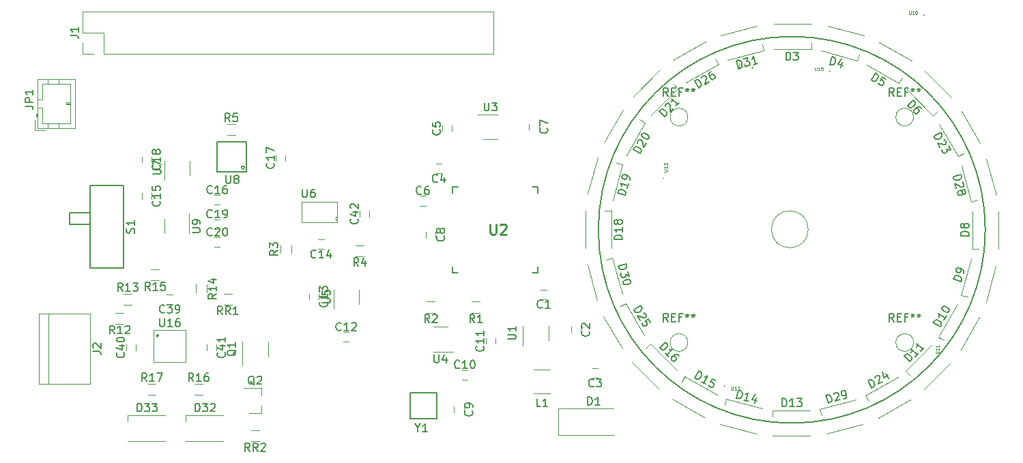
<source format=gbr>
G04 #@! TF.FileFunction,Legend,Top*
%FSLAX46Y46*%
G04 Gerber Fmt 4.6, Leading zero omitted, Abs format (unit mm)*
G04 Created by KiCad (PCBNEW 4.0.6) date 07/29/17 19:52:49*
%MOMM*%
%LPD*%
G01*
G04 APERTURE LIST*
%ADD10C,0.100000*%
%ADD11C,0.200000*%
%ADD12C,0.150000*%
%ADD13C,0.120000*%
%ADD14C,0.200660*%
%ADD15C,0.050000*%
%ADD16C,0.101600*%
%ADD17C,0.040000*%
%ADD18C,0.152400*%
%ADD19C,0.025400*%
%ADD20C,0.254000*%
G04 APERTURE END LIST*
D10*
D11*
X216790000Y-88190000D02*
G75*
G03X216790000Y-88190000I-24000000J0D01*
G01*
D12*
X124880278Y-80470000D02*
G75*
G03X124880278Y-80470000I-180278J0D01*
G01*
X125150000Y-79870000D02*
X125150000Y-77260000D01*
X125150000Y-77260000D02*
X121490000Y-77260000D01*
X121490000Y-77260000D02*
X121460000Y-77260000D01*
X121460000Y-77260000D02*
X121460000Y-80980000D01*
X121460000Y-80980000D02*
X125150000Y-80980000D01*
X125150000Y-80980000D02*
X125150000Y-79890000D01*
D13*
X194826000Y-88130000D02*
G75*
G03X194826000Y-88130000I-2286000J0D01*
G01*
X162350000Y-96800000D02*
X161650000Y-96800000D01*
X161650000Y-95600000D02*
X162350000Y-95600000D01*
X166600000Y-100250000D02*
X166600000Y-100950000D01*
X165400000Y-100950000D02*
X165400000Y-100250000D01*
X168750000Y-106600000D02*
X168050000Y-106600000D01*
X168050000Y-105400000D02*
X168750000Y-105400000D01*
X149350000Y-81200000D02*
X148650000Y-81200000D01*
X148650000Y-80000000D02*
X149350000Y-80000000D01*
X149400000Y-75950000D02*
X149400000Y-75250000D01*
X150600000Y-75250000D02*
X150600000Y-75950000D01*
X146650000Y-84000000D02*
X147350000Y-84000000D01*
X147350000Y-85200000D02*
X146650000Y-85200000D01*
X161400000Y-75050000D02*
X161400000Y-75750000D01*
X160200000Y-75750000D02*
X160200000Y-75050000D01*
X148600000Y-88450000D02*
X148600000Y-89150000D01*
X147400000Y-89150000D02*
X147400000Y-88450000D01*
X152100000Y-110150000D02*
X152100000Y-110850000D01*
X150900000Y-110850000D02*
X150900000Y-110150000D01*
X151850000Y-105600000D02*
X152550000Y-105600000D01*
X152550000Y-106800000D02*
X151850000Y-106800000D01*
X154800000Y-102350000D02*
X154800000Y-101650000D01*
X156000000Y-101650000D02*
X156000000Y-102350000D01*
X137150000Y-100900000D02*
X137850000Y-100900000D01*
X137850000Y-102100000D02*
X137150000Y-102100000D01*
X134100000Y-96150000D02*
X134100000Y-96850000D01*
X132900000Y-96850000D02*
X132900000Y-96150000D01*
X134750000Y-90600000D02*
X134050000Y-90600000D01*
X134050000Y-89400000D02*
X134750000Y-89400000D01*
X113350000Y-83650000D02*
X113350000Y-84350000D01*
X112150000Y-84350000D02*
X112150000Y-83650000D01*
X121150000Y-83900000D02*
X121850000Y-83900000D01*
X121850000Y-85100000D02*
X121150000Y-85100000D01*
X128780000Y-79630000D02*
X128780000Y-78930000D01*
X129980000Y-78930000D02*
X129980000Y-79630000D01*
X113350000Y-79150000D02*
X113350000Y-79850000D01*
X112150000Y-79850000D02*
X112150000Y-79150000D01*
X121150000Y-86900000D02*
X121850000Y-86900000D01*
X121850000Y-88100000D02*
X121150000Y-88100000D01*
X121150000Y-89150000D02*
X121850000Y-89150000D01*
X121850000Y-90350000D02*
X121150000Y-90350000D01*
X115950000Y-97400000D02*
X115250000Y-97400000D01*
X115250000Y-96200000D02*
X115950000Y-96200000D01*
X110200000Y-103150000D02*
X110200000Y-102450000D01*
X111400000Y-102450000D02*
X111400000Y-103150000D01*
X121400000Y-102450000D02*
X121400000Y-103150000D01*
X120200000Y-103150000D02*
X120200000Y-102450000D01*
X139200000Y-86550000D02*
X139200000Y-85850000D01*
X140400000Y-85850000D02*
X140400000Y-86550000D01*
X190540000Y-62590000D02*
X195190000Y-62590000D01*
X190540000Y-65790000D02*
X195190000Y-65790000D01*
X195190000Y-65790000D02*
X195190000Y-64990000D01*
X197240777Y-62872176D02*
X201732332Y-64075684D01*
X196412556Y-65963138D02*
X200904112Y-67166647D01*
X200904112Y-67166647D02*
X201111167Y-66393906D01*
X203641443Y-64894749D02*
X207668461Y-67219749D01*
X202041443Y-67666031D02*
X206068461Y-69991031D01*
X206068461Y-69991031D02*
X206468461Y-69298210D01*
X209300944Y-68497076D02*
X212588990Y-71785122D01*
X207038202Y-70759818D02*
X210326248Y-74047864D01*
X210326248Y-74047864D02*
X210891934Y-73482179D01*
X218390000Y-85940000D02*
X218390000Y-90590000D01*
X215190000Y-85940000D02*
X215190000Y-90590000D01*
X215190000Y-90590000D02*
X215990000Y-90590000D01*
X218100044Y-92642434D02*
X216896536Y-97133989D01*
X215009082Y-91814213D02*
X213805573Y-96305769D01*
X213805573Y-96305769D02*
X214578314Y-96512824D01*
X216085251Y-99041443D02*
X213760251Y-103068461D01*
X213313969Y-97441443D02*
X210988969Y-101468461D01*
X210988969Y-101468461D02*
X211681790Y-101868461D01*
X212482924Y-104700944D02*
X209194878Y-107988990D01*
X210220182Y-102438202D02*
X206932136Y-105726248D01*
X206932136Y-105726248D02*
X207497821Y-106291934D01*
X195040000Y-113790000D02*
X190390000Y-113790000D01*
X195040000Y-110590000D02*
X190390000Y-110590000D01*
X190390000Y-110590000D02*
X190390000Y-111390000D01*
X188337566Y-113500044D02*
X183846011Y-112296536D01*
X189165787Y-110409082D02*
X184674231Y-109205573D01*
X184674231Y-109205573D02*
X184467176Y-109978314D01*
X181938557Y-111485251D02*
X177911539Y-109160251D01*
X183538557Y-108713969D02*
X179511539Y-106388969D01*
X179511539Y-106388969D02*
X179111539Y-107081790D01*
X176279056Y-107882924D02*
X172991010Y-104594878D01*
X178541798Y-105620182D02*
X175253752Y-102332136D01*
X175253752Y-102332136D02*
X174688066Y-102897821D01*
X167190000Y-90440000D02*
X167190000Y-85790000D01*
X170390000Y-90440000D02*
X170390000Y-85790000D01*
X170390000Y-85790000D02*
X169590000Y-85790000D01*
X167479956Y-83737566D02*
X168683464Y-79246011D01*
X170570918Y-84565787D02*
X171774427Y-80074231D01*
X171774427Y-80074231D02*
X171001686Y-79867176D01*
X169494749Y-77338557D02*
X171819749Y-73311539D01*
X172266031Y-78938557D02*
X174591031Y-74911539D01*
X174591031Y-74911539D02*
X173898210Y-74511539D01*
X173097076Y-71679056D02*
X176385122Y-68391010D01*
X175359818Y-73941798D02*
X178647864Y-70653752D01*
X178647864Y-70653752D02*
X178082179Y-70088066D01*
X213835251Y-73441443D02*
X216160251Y-77468461D01*
X211063969Y-75041443D02*
X213388969Y-79068461D01*
X213388969Y-79068461D02*
X214081790Y-78668461D01*
X207538557Y-109235251D02*
X203511539Y-111560251D01*
X205938557Y-106463969D02*
X201911539Y-108788969D01*
X201911539Y-108788969D02*
X202311539Y-109481790D01*
X171744749Y-102938557D02*
X169419749Y-98911539D01*
X174516031Y-101338557D02*
X172191031Y-97311539D01*
X172191031Y-97311539D02*
X171498210Y-97711539D01*
X178041443Y-67144749D02*
X182068461Y-64819749D01*
X179641443Y-69916031D02*
X183668461Y-67591031D01*
X183668461Y-67591031D02*
X183268461Y-66898210D01*
X216935358Y-79390899D02*
X218138867Y-83882455D01*
X213844396Y-80219120D02*
X215047904Y-84710675D01*
X215047904Y-84710675D02*
X215820645Y-84503620D01*
X201589101Y-112335358D02*
X197097545Y-113538867D01*
X200760880Y-109244396D02*
X196269325Y-110447904D01*
X196269325Y-110447904D02*
X196476380Y-111220645D01*
X168644642Y-96989101D02*
X167441133Y-92497545D01*
X171735604Y-96160880D02*
X170532096Y-91669325D01*
X170532096Y-91669325D02*
X169759355Y-91876380D01*
X183990899Y-64044642D02*
X188482455Y-62841133D01*
X184819120Y-67135604D02*
X189310675Y-65932096D01*
X189310675Y-65932096D02*
X189103620Y-65159355D01*
X122250000Y-114400000D02*
X117600000Y-114400000D01*
X122250000Y-111200000D02*
X117600000Y-111200000D01*
X117600000Y-111200000D02*
X117600000Y-112000000D01*
X115050000Y-114400000D02*
X110400000Y-114400000D01*
X115050000Y-111200000D02*
X110400000Y-111200000D01*
X110400000Y-111200000D02*
X110400000Y-112000000D01*
X155730000Y-66320000D02*
X155730000Y-61120000D01*
X107410000Y-66320000D02*
X155730000Y-66320000D01*
X104810000Y-61120000D02*
X155730000Y-61120000D01*
X107410000Y-66320000D02*
X107410000Y-63720000D01*
X107410000Y-63720000D02*
X104810000Y-63720000D01*
X104810000Y-63720000D02*
X104810000Y-61120000D01*
X106140000Y-66320000D02*
X104810000Y-66320000D01*
X104810000Y-66320000D02*
X104810000Y-64990000D01*
X99360000Y-98600000D02*
X99360000Y-107300000D01*
X105770000Y-98600000D02*
X105770000Y-107300000D01*
X105770000Y-107300000D02*
X99360000Y-107300000D01*
X100590000Y-107300000D02*
X100590000Y-98600000D01*
X99360000Y-98600000D02*
X105770000Y-98600000D01*
X99200000Y-75550000D02*
X103900000Y-75550000D01*
X103900000Y-75550000D02*
X103900000Y-69450000D01*
X103900000Y-69450000D02*
X99200000Y-69450000D01*
X99200000Y-69450000D02*
X99200000Y-75550000D01*
X99200000Y-73000000D02*
X99800000Y-73000000D01*
X99800000Y-73000000D02*
X99800000Y-74950000D01*
X99800000Y-74950000D02*
X103300000Y-74950000D01*
X103300000Y-74950000D02*
X103300000Y-70050000D01*
X103300000Y-70050000D02*
X99800000Y-70050000D01*
X99800000Y-70050000D02*
X99800000Y-72000000D01*
X99800000Y-72000000D02*
X99200000Y-72000000D01*
X100500000Y-75550000D02*
X100500000Y-74950000D01*
X101800000Y-75550000D02*
X101800000Y-74950000D01*
X100500000Y-69450000D02*
X100500000Y-70050000D01*
X101800000Y-69450000D02*
X101800000Y-70050000D01*
X99200000Y-73800000D02*
X99000000Y-73800000D01*
X99000000Y-73800000D02*
X99000000Y-74100000D01*
X99000000Y-74100000D02*
X99200000Y-74100000D01*
X99100000Y-73800000D02*
X99100000Y-74100000D01*
X103300000Y-72600000D02*
X102800000Y-72600000D01*
X102800000Y-72600000D02*
X102800000Y-72400000D01*
X102800000Y-72400000D02*
X103300000Y-72400000D01*
X103300000Y-72500000D02*
X102800000Y-72500000D01*
X98900000Y-74600000D02*
X98900000Y-75850000D01*
X98900000Y-75850000D02*
X100150000Y-75850000D01*
X160800000Y-105520000D02*
X162800000Y-105520000D01*
X162800000Y-108480000D02*
X160800000Y-108480000D01*
X127810000Y-103900000D02*
X127810000Y-102100000D01*
X124590000Y-102100000D02*
X124590000Y-105050000D01*
X126960000Y-110980000D02*
X126960000Y-110050000D01*
X126960000Y-107820000D02*
X126960000Y-108750000D01*
X126960000Y-107820000D02*
X124800000Y-107820000D01*
X126960000Y-110980000D02*
X125500000Y-110980000D01*
X153100000Y-97120000D02*
X154100000Y-97120000D01*
X154100000Y-98480000D02*
X153100000Y-98480000D01*
X147500000Y-97120000D02*
X148500000Y-97120000D01*
X148500000Y-98480000D02*
X147500000Y-98480000D01*
X130680000Y-90100000D02*
X130680000Y-91100000D01*
X129320000Y-91100000D02*
X129320000Y-90100000D01*
X138700000Y-90120000D02*
X139700000Y-90120000D01*
X139700000Y-91480000D02*
X138700000Y-91480000D01*
X123740000Y-76420000D02*
X122740000Y-76420000D01*
X122740000Y-75060000D02*
X123740000Y-75060000D01*
X108900000Y-98520000D02*
X109900000Y-98520000D01*
X109900000Y-99880000D02*
X108900000Y-99880000D01*
X110900000Y-97480000D02*
X109900000Y-97480000D01*
X109900000Y-96120000D02*
X110900000Y-96120000D01*
X118820000Y-96000000D02*
X118820000Y-95000000D01*
X120180000Y-95000000D02*
X120180000Y-96000000D01*
X113300000Y-93120000D02*
X114300000Y-93120000D01*
X114300000Y-94480000D02*
X113300000Y-94480000D01*
X119700000Y-108680000D02*
X118700000Y-108680000D01*
X118700000Y-107320000D02*
X119700000Y-107320000D01*
X113900000Y-108680000D02*
X112900000Y-108680000D01*
X112900000Y-107320000D02*
X113900000Y-107320000D01*
X122300000Y-96120000D02*
X123300000Y-96120000D01*
X123300000Y-97480000D02*
X122300000Y-97480000D01*
X125700000Y-113120000D02*
X126700000Y-113120000D01*
X126700000Y-114480000D02*
X125700000Y-114480000D01*
D14*
X105699420Y-86100740D02*
X103200060Y-86100740D01*
X103200060Y-86100740D02*
X103200060Y-87500280D01*
X103200060Y-87500280D02*
X105699420Y-87500280D01*
X105699420Y-82699680D02*
X105699420Y-92900320D01*
X105699420Y-92900320D02*
X109900580Y-92900320D01*
X109900580Y-92900320D02*
X109900580Y-82699680D01*
X109900580Y-82699680D02*
X105699420Y-82699680D01*
D13*
X162610000Y-101900000D02*
X162610000Y-100100000D01*
X159390000Y-100100000D02*
X159390000Y-102550000D01*
X154520000Y-76960000D02*
X156280000Y-76960000D01*
X156280000Y-73890000D02*
X153850000Y-73890000D01*
X150080000Y-100240000D02*
X148320000Y-100240000D01*
X148320000Y-103310000D02*
X150750000Y-103310000D01*
X139060000Y-97380000D02*
X139060000Y-95620000D01*
X135990000Y-95620000D02*
X135990000Y-98050000D01*
D15*
X136400000Y-87000000D02*
X136250000Y-87000000D01*
X136250000Y-87000000D02*
X136250000Y-86600000D01*
X136250000Y-86600000D02*
X136350000Y-86600000D01*
X136350000Y-86600000D02*
X136400000Y-86600000D01*
X136050000Y-87300000D02*
X136400000Y-87300000D01*
X136400000Y-87300000D02*
X136400000Y-84700000D01*
X136400000Y-84700000D02*
X132000000Y-84700000D01*
X132000000Y-84700000D02*
X132000000Y-87300000D01*
X132000000Y-87300000D02*
X136050000Y-87300000D01*
X136050000Y-87300000D02*
X136100000Y-87300000D01*
D13*
X118060000Y-81380000D02*
X118060000Y-79620000D01*
X114990000Y-79620000D02*
X114990000Y-82050000D01*
X114940000Y-86870000D02*
X114940000Y-88630000D01*
X118010000Y-88630000D02*
X118010000Y-86200000D01*
D12*
X145400000Y-108450000D02*
X145400000Y-111650000D01*
X145400000Y-111650000D02*
X148700000Y-111650000D01*
X148700000Y-111650000D02*
X148700000Y-108450000D01*
X148700000Y-108450000D02*
X145400000Y-108450000D01*
D16*
X209237930Y-61540320D02*
G75*
G03X209237930Y-61540320I-68250J0D01*
G01*
D12*
X114241421Y-101350000D02*
G75*
G03X114241421Y-101350000I-141421J0D01*
G01*
D15*
X113600000Y-100600000D02*
X113600000Y-104600000D01*
X117600000Y-100600000D02*
X117600000Y-104600000D01*
X113600000Y-100600000D02*
X117600000Y-100600000D01*
X113600000Y-104600000D02*
X117600000Y-104600000D01*
D16*
X211218570Y-101700320D02*
G75*
G03X211218570Y-101700320I-68250J0D01*
G01*
X184518570Y-107599680D02*
G75*
G03X184518570Y-107599680I-68250J0D01*
G01*
X176917930Y-81799680D02*
G75*
G03X176917930Y-81799680I-68250J0D01*
G01*
X187947930Y-68080320D02*
G75*
G03X187947930Y-68080320I-68250J0D01*
G01*
X197557930Y-68530320D02*
G75*
G03X197557930Y-68530320I-68250J0D01*
G01*
D17*
X179890000Y-74190000D02*
G75*
G03X179890000Y-74190000I-1100000J0D01*
G01*
X207890000Y-74190000D02*
G75*
G03X207890000Y-74190000I-1100000J0D01*
G01*
X207890000Y-102190000D02*
G75*
G03X207890000Y-102190000I-1100000J0D01*
G01*
X179890000Y-102190000D02*
G75*
G03X179890000Y-102190000I-1100000J0D01*
G01*
D13*
X163800000Y-110350000D02*
X163800000Y-113650000D01*
X163800000Y-113650000D02*
X170700000Y-113650000D01*
X163800000Y-110350000D02*
X170700000Y-110350000D01*
D11*
X161300000Y-82890000D02*
X160600000Y-82890000D01*
X150700000Y-82890000D02*
X151400000Y-82890000D01*
X150700000Y-93490000D02*
X151400000Y-93490000D01*
X161300000Y-93490000D02*
X160600000Y-93490000D01*
X161300000Y-82890000D02*
X161300000Y-83590000D01*
X161300000Y-93490000D02*
X161300000Y-92790000D01*
X150700000Y-93490000D02*
X150700000Y-92790000D01*
X150700000Y-82890000D02*
X150700000Y-83590000D01*
D12*
X122588095Y-81422381D02*
X122588095Y-82231905D01*
X122635714Y-82327143D01*
X122683333Y-82374762D01*
X122778571Y-82422381D01*
X122969048Y-82422381D01*
X123064286Y-82374762D01*
X123111905Y-82327143D01*
X123159524Y-82231905D01*
X123159524Y-81422381D01*
X123778571Y-81850952D02*
X123683333Y-81803333D01*
X123635714Y-81755714D01*
X123588095Y-81660476D01*
X123588095Y-81612857D01*
X123635714Y-81517619D01*
X123683333Y-81470000D01*
X123778571Y-81422381D01*
X123969048Y-81422381D01*
X124064286Y-81470000D01*
X124111905Y-81517619D01*
X124159524Y-81612857D01*
X124159524Y-81660476D01*
X124111905Y-81755714D01*
X124064286Y-81803333D01*
X123969048Y-81850952D01*
X123778571Y-81850952D01*
X123683333Y-81898571D01*
X123635714Y-81946190D01*
X123588095Y-82041429D01*
X123588095Y-82231905D01*
X123635714Y-82327143D01*
X123683333Y-82374762D01*
X123778571Y-82422381D01*
X123969048Y-82422381D01*
X124064286Y-82374762D01*
X124111905Y-82327143D01*
X124159524Y-82231905D01*
X124159524Y-82041429D01*
X124111905Y-81946190D01*
X124064286Y-81898571D01*
X123969048Y-81850952D01*
X161833334Y-97807143D02*
X161785715Y-97854762D01*
X161642858Y-97902381D01*
X161547620Y-97902381D01*
X161404762Y-97854762D01*
X161309524Y-97759524D01*
X161261905Y-97664286D01*
X161214286Y-97473810D01*
X161214286Y-97330952D01*
X161261905Y-97140476D01*
X161309524Y-97045238D01*
X161404762Y-96950000D01*
X161547620Y-96902381D01*
X161642858Y-96902381D01*
X161785715Y-96950000D01*
X161833334Y-96997619D01*
X162785715Y-97902381D02*
X162214286Y-97902381D01*
X162500000Y-97902381D02*
X162500000Y-96902381D01*
X162404762Y-97045238D01*
X162309524Y-97140476D01*
X162214286Y-97188095D01*
X167607143Y-100766666D02*
X167654762Y-100814285D01*
X167702381Y-100957142D01*
X167702381Y-101052380D01*
X167654762Y-101195238D01*
X167559524Y-101290476D01*
X167464286Y-101338095D01*
X167273810Y-101385714D01*
X167130952Y-101385714D01*
X166940476Y-101338095D01*
X166845238Y-101290476D01*
X166750000Y-101195238D01*
X166702381Y-101052380D01*
X166702381Y-100957142D01*
X166750000Y-100814285D01*
X166797619Y-100766666D01*
X166797619Y-100385714D02*
X166750000Y-100338095D01*
X166702381Y-100242857D01*
X166702381Y-100004761D01*
X166750000Y-99909523D01*
X166797619Y-99861904D01*
X166892857Y-99814285D01*
X166988095Y-99814285D01*
X167130952Y-99861904D01*
X167702381Y-100433333D01*
X167702381Y-99814285D01*
X168233334Y-107607143D02*
X168185715Y-107654762D01*
X168042858Y-107702381D01*
X167947620Y-107702381D01*
X167804762Y-107654762D01*
X167709524Y-107559524D01*
X167661905Y-107464286D01*
X167614286Y-107273810D01*
X167614286Y-107130952D01*
X167661905Y-106940476D01*
X167709524Y-106845238D01*
X167804762Y-106750000D01*
X167947620Y-106702381D01*
X168042858Y-106702381D01*
X168185715Y-106750000D01*
X168233334Y-106797619D01*
X168566667Y-106702381D02*
X169185715Y-106702381D01*
X168852381Y-107083333D01*
X168995239Y-107083333D01*
X169090477Y-107130952D01*
X169138096Y-107178571D01*
X169185715Y-107273810D01*
X169185715Y-107511905D01*
X169138096Y-107607143D01*
X169090477Y-107654762D01*
X168995239Y-107702381D01*
X168709524Y-107702381D01*
X168614286Y-107654762D01*
X168566667Y-107607143D01*
X148833334Y-82207143D02*
X148785715Y-82254762D01*
X148642858Y-82302381D01*
X148547620Y-82302381D01*
X148404762Y-82254762D01*
X148309524Y-82159524D01*
X148261905Y-82064286D01*
X148214286Y-81873810D01*
X148214286Y-81730952D01*
X148261905Y-81540476D01*
X148309524Y-81445238D01*
X148404762Y-81350000D01*
X148547620Y-81302381D01*
X148642858Y-81302381D01*
X148785715Y-81350000D01*
X148833334Y-81397619D01*
X149690477Y-81635714D02*
X149690477Y-82302381D01*
X149452381Y-81254762D02*
X149214286Y-81969048D01*
X149833334Y-81969048D01*
X149107143Y-75766666D02*
X149154762Y-75814285D01*
X149202381Y-75957142D01*
X149202381Y-76052380D01*
X149154762Y-76195238D01*
X149059524Y-76290476D01*
X148964286Y-76338095D01*
X148773810Y-76385714D01*
X148630952Y-76385714D01*
X148440476Y-76338095D01*
X148345238Y-76290476D01*
X148250000Y-76195238D01*
X148202381Y-76052380D01*
X148202381Y-75957142D01*
X148250000Y-75814285D01*
X148297619Y-75766666D01*
X148202381Y-74861904D02*
X148202381Y-75338095D01*
X148678571Y-75385714D01*
X148630952Y-75338095D01*
X148583333Y-75242857D01*
X148583333Y-75004761D01*
X148630952Y-74909523D01*
X148678571Y-74861904D01*
X148773810Y-74814285D01*
X149011905Y-74814285D01*
X149107143Y-74861904D01*
X149154762Y-74909523D01*
X149202381Y-75004761D01*
X149202381Y-75242857D01*
X149154762Y-75338095D01*
X149107143Y-75385714D01*
X146833334Y-83707143D02*
X146785715Y-83754762D01*
X146642858Y-83802381D01*
X146547620Y-83802381D01*
X146404762Y-83754762D01*
X146309524Y-83659524D01*
X146261905Y-83564286D01*
X146214286Y-83373810D01*
X146214286Y-83230952D01*
X146261905Y-83040476D01*
X146309524Y-82945238D01*
X146404762Y-82850000D01*
X146547620Y-82802381D01*
X146642858Y-82802381D01*
X146785715Y-82850000D01*
X146833334Y-82897619D01*
X147690477Y-82802381D02*
X147500000Y-82802381D01*
X147404762Y-82850000D01*
X147357143Y-82897619D01*
X147261905Y-83040476D01*
X147214286Y-83230952D01*
X147214286Y-83611905D01*
X147261905Y-83707143D01*
X147309524Y-83754762D01*
X147404762Y-83802381D01*
X147595239Y-83802381D01*
X147690477Y-83754762D01*
X147738096Y-83707143D01*
X147785715Y-83611905D01*
X147785715Y-83373810D01*
X147738096Y-83278571D01*
X147690477Y-83230952D01*
X147595239Y-83183333D01*
X147404762Y-83183333D01*
X147309524Y-83230952D01*
X147261905Y-83278571D01*
X147214286Y-83373810D01*
X162407143Y-75566666D02*
X162454762Y-75614285D01*
X162502381Y-75757142D01*
X162502381Y-75852380D01*
X162454762Y-75995238D01*
X162359524Y-76090476D01*
X162264286Y-76138095D01*
X162073810Y-76185714D01*
X161930952Y-76185714D01*
X161740476Y-76138095D01*
X161645238Y-76090476D01*
X161550000Y-75995238D01*
X161502381Y-75852380D01*
X161502381Y-75757142D01*
X161550000Y-75614285D01*
X161597619Y-75566666D01*
X161502381Y-75233333D02*
X161502381Y-74566666D01*
X162502381Y-74995238D01*
X149607143Y-88966666D02*
X149654762Y-89014285D01*
X149702381Y-89157142D01*
X149702381Y-89252380D01*
X149654762Y-89395238D01*
X149559524Y-89490476D01*
X149464286Y-89538095D01*
X149273810Y-89585714D01*
X149130952Y-89585714D01*
X148940476Y-89538095D01*
X148845238Y-89490476D01*
X148750000Y-89395238D01*
X148702381Y-89252380D01*
X148702381Y-89157142D01*
X148750000Y-89014285D01*
X148797619Y-88966666D01*
X149130952Y-88395238D02*
X149083333Y-88490476D01*
X149035714Y-88538095D01*
X148940476Y-88585714D01*
X148892857Y-88585714D01*
X148797619Y-88538095D01*
X148750000Y-88490476D01*
X148702381Y-88395238D01*
X148702381Y-88204761D01*
X148750000Y-88109523D01*
X148797619Y-88061904D01*
X148892857Y-88014285D01*
X148940476Y-88014285D01*
X149035714Y-88061904D01*
X149083333Y-88109523D01*
X149130952Y-88204761D01*
X149130952Y-88395238D01*
X149178571Y-88490476D01*
X149226190Y-88538095D01*
X149321429Y-88585714D01*
X149511905Y-88585714D01*
X149607143Y-88538095D01*
X149654762Y-88490476D01*
X149702381Y-88395238D01*
X149702381Y-88204761D01*
X149654762Y-88109523D01*
X149607143Y-88061904D01*
X149511905Y-88014285D01*
X149321429Y-88014285D01*
X149226190Y-88061904D01*
X149178571Y-88109523D01*
X149130952Y-88204761D01*
X153107143Y-110666666D02*
X153154762Y-110714285D01*
X153202381Y-110857142D01*
X153202381Y-110952380D01*
X153154762Y-111095238D01*
X153059524Y-111190476D01*
X152964286Y-111238095D01*
X152773810Y-111285714D01*
X152630952Y-111285714D01*
X152440476Y-111238095D01*
X152345238Y-111190476D01*
X152250000Y-111095238D01*
X152202381Y-110952380D01*
X152202381Y-110857142D01*
X152250000Y-110714285D01*
X152297619Y-110666666D01*
X153202381Y-110190476D02*
X153202381Y-110000000D01*
X153154762Y-109904761D01*
X153107143Y-109857142D01*
X152964286Y-109761904D01*
X152773810Y-109714285D01*
X152392857Y-109714285D01*
X152297619Y-109761904D01*
X152250000Y-109809523D01*
X152202381Y-109904761D01*
X152202381Y-110095238D01*
X152250000Y-110190476D01*
X152297619Y-110238095D01*
X152392857Y-110285714D01*
X152630952Y-110285714D01*
X152726190Y-110238095D01*
X152773810Y-110190476D01*
X152821429Y-110095238D01*
X152821429Y-109904761D01*
X152773810Y-109809523D01*
X152726190Y-109761904D01*
X152630952Y-109714285D01*
X151557143Y-105307143D02*
X151509524Y-105354762D01*
X151366667Y-105402381D01*
X151271429Y-105402381D01*
X151128571Y-105354762D01*
X151033333Y-105259524D01*
X150985714Y-105164286D01*
X150938095Y-104973810D01*
X150938095Y-104830952D01*
X150985714Y-104640476D01*
X151033333Y-104545238D01*
X151128571Y-104450000D01*
X151271429Y-104402381D01*
X151366667Y-104402381D01*
X151509524Y-104450000D01*
X151557143Y-104497619D01*
X152509524Y-105402381D02*
X151938095Y-105402381D01*
X152223809Y-105402381D02*
X152223809Y-104402381D01*
X152128571Y-104545238D01*
X152033333Y-104640476D01*
X151938095Y-104688095D01*
X153128571Y-104402381D02*
X153223810Y-104402381D01*
X153319048Y-104450000D01*
X153366667Y-104497619D01*
X153414286Y-104592857D01*
X153461905Y-104783333D01*
X153461905Y-105021429D01*
X153414286Y-105211905D01*
X153366667Y-105307143D01*
X153319048Y-105354762D01*
X153223810Y-105402381D01*
X153128571Y-105402381D01*
X153033333Y-105354762D01*
X152985714Y-105307143D01*
X152938095Y-105211905D01*
X152890476Y-105021429D01*
X152890476Y-104783333D01*
X152938095Y-104592857D01*
X152985714Y-104497619D01*
X153033333Y-104450000D01*
X153128571Y-104402381D01*
X154507143Y-102642857D02*
X154554762Y-102690476D01*
X154602381Y-102833333D01*
X154602381Y-102928571D01*
X154554762Y-103071429D01*
X154459524Y-103166667D01*
X154364286Y-103214286D01*
X154173810Y-103261905D01*
X154030952Y-103261905D01*
X153840476Y-103214286D01*
X153745238Y-103166667D01*
X153650000Y-103071429D01*
X153602381Y-102928571D01*
X153602381Y-102833333D01*
X153650000Y-102690476D01*
X153697619Y-102642857D01*
X154602381Y-101690476D02*
X154602381Y-102261905D01*
X154602381Y-101976191D02*
X153602381Y-101976191D01*
X153745238Y-102071429D01*
X153840476Y-102166667D01*
X153888095Y-102261905D01*
X154602381Y-100738095D02*
X154602381Y-101309524D01*
X154602381Y-101023810D02*
X153602381Y-101023810D01*
X153745238Y-101119048D01*
X153840476Y-101214286D01*
X153888095Y-101309524D01*
X136857143Y-100607143D02*
X136809524Y-100654762D01*
X136666667Y-100702381D01*
X136571429Y-100702381D01*
X136428571Y-100654762D01*
X136333333Y-100559524D01*
X136285714Y-100464286D01*
X136238095Y-100273810D01*
X136238095Y-100130952D01*
X136285714Y-99940476D01*
X136333333Y-99845238D01*
X136428571Y-99750000D01*
X136571429Y-99702381D01*
X136666667Y-99702381D01*
X136809524Y-99750000D01*
X136857143Y-99797619D01*
X137809524Y-100702381D02*
X137238095Y-100702381D01*
X137523809Y-100702381D02*
X137523809Y-99702381D01*
X137428571Y-99845238D01*
X137333333Y-99940476D01*
X137238095Y-99988095D01*
X138190476Y-99797619D02*
X138238095Y-99750000D01*
X138333333Y-99702381D01*
X138571429Y-99702381D01*
X138666667Y-99750000D01*
X138714286Y-99797619D01*
X138761905Y-99892857D01*
X138761905Y-99988095D01*
X138714286Y-100130952D01*
X138142857Y-100702381D01*
X138761905Y-100702381D01*
X135107143Y-97142857D02*
X135154762Y-97190476D01*
X135202381Y-97333333D01*
X135202381Y-97428571D01*
X135154762Y-97571429D01*
X135059524Y-97666667D01*
X134964286Y-97714286D01*
X134773810Y-97761905D01*
X134630952Y-97761905D01*
X134440476Y-97714286D01*
X134345238Y-97666667D01*
X134250000Y-97571429D01*
X134202381Y-97428571D01*
X134202381Y-97333333D01*
X134250000Y-97190476D01*
X134297619Y-97142857D01*
X135202381Y-96190476D02*
X135202381Y-96761905D01*
X135202381Y-96476191D02*
X134202381Y-96476191D01*
X134345238Y-96571429D01*
X134440476Y-96666667D01*
X134488095Y-96761905D01*
X134202381Y-95857143D02*
X134202381Y-95238095D01*
X134583333Y-95571429D01*
X134583333Y-95428571D01*
X134630952Y-95333333D01*
X134678571Y-95285714D01*
X134773810Y-95238095D01*
X135011905Y-95238095D01*
X135107143Y-95285714D01*
X135154762Y-95333333D01*
X135202381Y-95428571D01*
X135202381Y-95714286D01*
X135154762Y-95809524D01*
X135107143Y-95857143D01*
X133757143Y-91607143D02*
X133709524Y-91654762D01*
X133566667Y-91702381D01*
X133471429Y-91702381D01*
X133328571Y-91654762D01*
X133233333Y-91559524D01*
X133185714Y-91464286D01*
X133138095Y-91273810D01*
X133138095Y-91130952D01*
X133185714Y-90940476D01*
X133233333Y-90845238D01*
X133328571Y-90750000D01*
X133471429Y-90702381D01*
X133566667Y-90702381D01*
X133709524Y-90750000D01*
X133757143Y-90797619D01*
X134709524Y-91702381D02*
X134138095Y-91702381D01*
X134423809Y-91702381D02*
X134423809Y-90702381D01*
X134328571Y-90845238D01*
X134233333Y-90940476D01*
X134138095Y-90988095D01*
X135566667Y-91035714D02*
X135566667Y-91702381D01*
X135328571Y-90654762D02*
X135090476Y-91369048D01*
X135709524Y-91369048D01*
X114357143Y-84642857D02*
X114404762Y-84690476D01*
X114452381Y-84833333D01*
X114452381Y-84928571D01*
X114404762Y-85071429D01*
X114309524Y-85166667D01*
X114214286Y-85214286D01*
X114023810Y-85261905D01*
X113880952Y-85261905D01*
X113690476Y-85214286D01*
X113595238Y-85166667D01*
X113500000Y-85071429D01*
X113452381Y-84928571D01*
X113452381Y-84833333D01*
X113500000Y-84690476D01*
X113547619Y-84642857D01*
X114452381Y-83690476D02*
X114452381Y-84261905D01*
X114452381Y-83976191D02*
X113452381Y-83976191D01*
X113595238Y-84071429D01*
X113690476Y-84166667D01*
X113738095Y-84261905D01*
X113452381Y-82785714D02*
X113452381Y-83261905D01*
X113928571Y-83309524D01*
X113880952Y-83261905D01*
X113833333Y-83166667D01*
X113833333Y-82928571D01*
X113880952Y-82833333D01*
X113928571Y-82785714D01*
X114023810Y-82738095D01*
X114261905Y-82738095D01*
X114357143Y-82785714D01*
X114404762Y-82833333D01*
X114452381Y-82928571D01*
X114452381Y-83166667D01*
X114404762Y-83261905D01*
X114357143Y-83309524D01*
X120857143Y-83607143D02*
X120809524Y-83654762D01*
X120666667Y-83702381D01*
X120571429Y-83702381D01*
X120428571Y-83654762D01*
X120333333Y-83559524D01*
X120285714Y-83464286D01*
X120238095Y-83273810D01*
X120238095Y-83130952D01*
X120285714Y-82940476D01*
X120333333Y-82845238D01*
X120428571Y-82750000D01*
X120571429Y-82702381D01*
X120666667Y-82702381D01*
X120809524Y-82750000D01*
X120857143Y-82797619D01*
X121809524Y-83702381D02*
X121238095Y-83702381D01*
X121523809Y-83702381D02*
X121523809Y-82702381D01*
X121428571Y-82845238D01*
X121333333Y-82940476D01*
X121238095Y-82988095D01*
X122666667Y-82702381D02*
X122476190Y-82702381D01*
X122380952Y-82750000D01*
X122333333Y-82797619D01*
X122238095Y-82940476D01*
X122190476Y-83130952D01*
X122190476Y-83511905D01*
X122238095Y-83607143D01*
X122285714Y-83654762D01*
X122380952Y-83702381D01*
X122571429Y-83702381D01*
X122666667Y-83654762D01*
X122714286Y-83607143D01*
X122761905Y-83511905D01*
X122761905Y-83273810D01*
X122714286Y-83178571D01*
X122666667Y-83130952D01*
X122571429Y-83083333D01*
X122380952Y-83083333D01*
X122285714Y-83130952D01*
X122238095Y-83178571D01*
X122190476Y-83273810D01*
X128487143Y-79922857D02*
X128534762Y-79970476D01*
X128582381Y-80113333D01*
X128582381Y-80208571D01*
X128534762Y-80351429D01*
X128439524Y-80446667D01*
X128344286Y-80494286D01*
X128153810Y-80541905D01*
X128010952Y-80541905D01*
X127820476Y-80494286D01*
X127725238Y-80446667D01*
X127630000Y-80351429D01*
X127582381Y-80208571D01*
X127582381Y-80113333D01*
X127630000Y-79970476D01*
X127677619Y-79922857D01*
X128582381Y-78970476D02*
X128582381Y-79541905D01*
X128582381Y-79256191D02*
X127582381Y-79256191D01*
X127725238Y-79351429D01*
X127820476Y-79446667D01*
X127868095Y-79541905D01*
X127582381Y-78637143D02*
X127582381Y-77970476D01*
X128582381Y-78399048D01*
X114357143Y-80142857D02*
X114404762Y-80190476D01*
X114452381Y-80333333D01*
X114452381Y-80428571D01*
X114404762Y-80571429D01*
X114309524Y-80666667D01*
X114214286Y-80714286D01*
X114023810Y-80761905D01*
X113880952Y-80761905D01*
X113690476Y-80714286D01*
X113595238Y-80666667D01*
X113500000Y-80571429D01*
X113452381Y-80428571D01*
X113452381Y-80333333D01*
X113500000Y-80190476D01*
X113547619Y-80142857D01*
X114452381Y-79190476D02*
X114452381Y-79761905D01*
X114452381Y-79476191D02*
X113452381Y-79476191D01*
X113595238Y-79571429D01*
X113690476Y-79666667D01*
X113738095Y-79761905D01*
X113880952Y-78619048D02*
X113833333Y-78714286D01*
X113785714Y-78761905D01*
X113690476Y-78809524D01*
X113642857Y-78809524D01*
X113547619Y-78761905D01*
X113500000Y-78714286D01*
X113452381Y-78619048D01*
X113452381Y-78428571D01*
X113500000Y-78333333D01*
X113547619Y-78285714D01*
X113642857Y-78238095D01*
X113690476Y-78238095D01*
X113785714Y-78285714D01*
X113833333Y-78333333D01*
X113880952Y-78428571D01*
X113880952Y-78619048D01*
X113928571Y-78714286D01*
X113976190Y-78761905D01*
X114071429Y-78809524D01*
X114261905Y-78809524D01*
X114357143Y-78761905D01*
X114404762Y-78714286D01*
X114452381Y-78619048D01*
X114452381Y-78428571D01*
X114404762Y-78333333D01*
X114357143Y-78285714D01*
X114261905Y-78238095D01*
X114071429Y-78238095D01*
X113976190Y-78285714D01*
X113928571Y-78333333D01*
X113880952Y-78428571D01*
X120857143Y-86607143D02*
X120809524Y-86654762D01*
X120666667Y-86702381D01*
X120571429Y-86702381D01*
X120428571Y-86654762D01*
X120333333Y-86559524D01*
X120285714Y-86464286D01*
X120238095Y-86273810D01*
X120238095Y-86130952D01*
X120285714Y-85940476D01*
X120333333Y-85845238D01*
X120428571Y-85750000D01*
X120571429Y-85702381D01*
X120666667Y-85702381D01*
X120809524Y-85750000D01*
X120857143Y-85797619D01*
X121809524Y-86702381D02*
X121238095Y-86702381D01*
X121523809Y-86702381D02*
X121523809Y-85702381D01*
X121428571Y-85845238D01*
X121333333Y-85940476D01*
X121238095Y-85988095D01*
X122285714Y-86702381D02*
X122476190Y-86702381D01*
X122571429Y-86654762D01*
X122619048Y-86607143D01*
X122714286Y-86464286D01*
X122761905Y-86273810D01*
X122761905Y-85892857D01*
X122714286Y-85797619D01*
X122666667Y-85750000D01*
X122571429Y-85702381D01*
X122380952Y-85702381D01*
X122285714Y-85750000D01*
X122238095Y-85797619D01*
X122190476Y-85892857D01*
X122190476Y-86130952D01*
X122238095Y-86226190D01*
X122285714Y-86273810D01*
X122380952Y-86321429D01*
X122571429Y-86321429D01*
X122666667Y-86273810D01*
X122714286Y-86226190D01*
X122761905Y-86130952D01*
X120857143Y-88857143D02*
X120809524Y-88904762D01*
X120666667Y-88952381D01*
X120571429Y-88952381D01*
X120428571Y-88904762D01*
X120333333Y-88809524D01*
X120285714Y-88714286D01*
X120238095Y-88523810D01*
X120238095Y-88380952D01*
X120285714Y-88190476D01*
X120333333Y-88095238D01*
X120428571Y-88000000D01*
X120571429Y-87952381D01*
X120666667Y-87952381D01*
X120809524Y-88000000D01*
X120857143Y-88047619D01*
X121238095Y-88047619D02*
X121285714Y-88000000D01*
X121380952Y-87952381D01*
X121619048Y-87952381D01*
X121714286Y-88000000D01*
X121761905Y-88047619D01*
X121809524Y-88142857D01*
X121809524Y-88238095D01*
X121761905Y-88380952D01*
X121190476Y-88952381D01*
X121809524Y-88952381D01*
X122428571Y-87952381D02*
X122523810Y-87952381D01*
X122619048Y-88000000D01*
X122666667Y-88047619D01*
X122714286Y-88142857D01*
X122761905Y-88333333D01*
X122761905Y-88571429D01*
X122714286Y-88761905D01*
X122666667Y-88857143D01*
X122619048Y-88904762D01*
X122523810Y-88952381D01*
X122428571Y-88952381D01*
X122333333Y-88904762D01*
X122285714Y-88857143D01*
X122238095Y-88761905D01*
X122190476Y-88571429D01*
X122190476Y-88333333D01*
X122238095Y-88142857D01*
X122285714Y-88047619D01*
X122333333Y-88000000D01*
X122428571Y-87952381D01*
X114957143Y-98407143D02*
X114909524Y-98454762D01*
X114766667Y-98502381D01*
X114671429Y-98502381D01*
X114528571Y-98454762D01*
X114433333Y-98359524D01*
X114385714Y-98264286D01*
X114338095Y-98073810D01*
X114338095Y-97930952D01*
X114385714Y-97740476D01*
X114433333Y-97645238D01*
X114528571Y-97550000D01*
X114671429Y-97502381D01*
X114766667Y-97502381D01*
X114909524Y-97550000D01*
X114957143Y-97597619D01*
X115290476Y-97502381D02*
X115909524Y-97502381D01*
X115576190Y-97883333D01*
X115719048Y-97883333D01*
X115814286Y-97930952D01*
X115861905Y-97978571D01*
X115909524Y-98073810D01*
X115909524Y-98311905D01*
X115861905Y-98407143D01*
X115814286Y-98454762D01*
X115719048Y-98502381D01*
X115433333Y-98502381D01*
X115338095Y-98454762D01*
X115290476Y-98407143D01*
X116385714Y-98502381D02*
X116576190Y-98502381D01*
X116671429Y-98454762D01*
X116719048Y-98407143D01*
X116814286Y-98264286D01*
X116861905Y-98073810D01*
X116861905Y-97692857D01*
X116814286Y-97597619D01*
X116766667Y-97550000D01*
X116671429Y-97502381D01*
X116480952Y-97502381D01*
X116385714Y-97550000D01*
X116338095Y-97597619D01*
X116290476Y-97692857D01*
X116290476Y-97930952D01*
X116338095Y-98026190D01*
X116385714Y-98073810D01*
X116480952Y-98121429D01*
X116671429Y-98121429D01*
X116766667Y-98073810D01*
X116814286Y-98026190D01*
X116861905Y-97930952D01*
X109907143Y-103442857D02*
X109954762Y-103490476D01*
X110002381Y-103633333D01*
X110002381Y-103728571D01*
X109954762Y-103871429D01*
X109859524Y-103966667D01*
X109764286Y-104014286D01*
X109573810Y-104061905D01*
X109430952Y-104061905D01*
X109240476Y-104014286D01*
X109145238Y-103966667D01*
X109050000Y-103871429D01*
X109002381Y-103728571D01*
X109002381Y-103633333D01*
X109050000Y-103490476D01*
X109097619Y-103442857D01*
X109335714Y-102585714D02*
X110002381Y-102585714D01*
X108954762Y-102823810D02*
X109669048Y-103061905D01*
X109669048Y-102442857D01*
X109002381Y-101871429D02*
X109002381Y-101776190D01*
X109050000Y-101680952D01*
X109097619Y-101633333D01*
X109192857Y-101585714D01*
X109383333Y-101538095D01*
X109621429Y-101538095D01*
X109811905Y-101585714D01*
X109907143Y-101633333D01*
X109954762Y-101680952D01*
X110002381Y-101776190D01*
X110002381Y-101871429D01*
X109954762Y-101966667D01*
X109907143Y-102014286D01*
X109811905Y-102061905D01*
X109621429Y-102109524D01*
X109383333Y-102109524D01*
X109192857Y-102061905D01*
X109097619Y-102014286D01*
X109050000Y-101966667D01*
X109002381Y-101871429D01*
X122407143Y-103442857D02*
X122454762Y-103490476D01*
X122502381Y-103633333D01*
X122502381Y-103728571D01*
X122454762Y-103871429D01*
X122359524Y-103966667D01*
X122264286Y-104014286D01*
X122073810Y-104061905D01*
X121930952Y-104061905D01*
X121740476Y-104014286D01*
X121645238Y-103966667D01*
X121550000Y-103871429D01*
X121502381Y-103728571D01*
X121502381Y-103633333D01*
X121550000Y-103490476D01*
X121597619Y-103442857D01*
X121835714Y-102585714D02*
X122502381Y-102585714D01*
X121454762Y-102823810D02*
X122169048Y-103061905D01*
X122169048Y-102442857D01*
X122502381Y-101538095D02*
X122502381Y-102109524D01*
X122502381Y-101823810D02*
X121502381Y-101823810D01*
X121645238Y-101919048D01*
X121740476Y-102014286D01*
X121788095Y-102109524D01*
X138907143Y-86842857D02*
X138954762Y-86890476D01*
X139002381Y-87033333D01*
X139002381Y-87128571D01*
X138954762Y-87271429D01*
X138859524Y-87366667D01*
X138764286Y-87414286D01*
X138573810Y-87461905D01*
X138430952Y-87461905D01*
X138240476Y-87414286D01*
X138145238Y-87366667D01*
X138050000Y-87271429D01*
X138002381Y-87128571D01*
X138002381Y-87033333D01*
X138050000Y-86890476D01*
X138097619Y-86842857D01*
X138335714Y-85985714D02*
X139002381Y-85985714D01*
X137954762Y-86223810D02*
X138669048Y-86461905D01*
X138669048Y-85842857D01*
X138097619Y-85509524D02*
X138050000Y-85461905D01*
X138002381Y-85366667D01*
X138002381Y-85128571D01*
X138050000Y-85033333D01*
X138097619Y-84985714D01*
X138192857Y-84938095D01*
X138288095Y-84938095D01*
X138430952Y-84985714D01*
X139002381Y-85557143D01*
X139002381Y-84938095D01*
X192051905Y-67142381D02*
X192051905Y-66142381D01*
X192290000Y-66142381D01*
X192432858Y-66190000D01*
X192528096Y-66285238D01*
X192575715Y-66380476D01*
X192623334Y-66570952D01*
X192623334Y-66713810D01*
X192575715Y-66904286D01*
X192528096Y-66999524D01*
X192432858Y-67094762D01*
X192290000Y-67142381D01*
X192051905Y-67142381D01*
X192956667Y-66142381D02*
X193575715Y-66142381D01*
X193242381Y-66523333D01*
X193385239Y-66523333D01*
X193480477Y-66570952D01*
X193528096Y-66618571D01*
X193575715Y-66713810D01*
X193575715Y-66951905D01*
X193528096Y-67047143D01*
X193480477Y-67094762D01*
X193385239Y-67142381D01*
X193099524Y-67142381D01*
X193004286Y-67094762D01*
X192956667Y-67047143D01*
X197522922Y-67660748D02*
X197781741Y-66694823D01*
X198011723Y-66756446D01*
X198137389Y-66839417D01*
X198204732Y-66956059D01*
X198226079Y-67060377D01*
X198222777Y-67256687D01*
X198185803Y-67394677D01*
X198090507Y-67566338D01*
X198019861Y-67646006D01*
X197903219Y-67713350D01*
X197752904Y-67722372D01*
X197522922Y-67660748D01*
X199075363Y-67386539D02*
X198902817Y-68030490D01*
X198943977Y-66956944D02*
X198529124Y-67585268D01*
X199127079Y-67745489D01*
X202674600Y-69593180D02*
X203174600Y-68727155D01*
X203380797Y-68846202D01*
X203480706Y-68958870D01*
X203515565Y-69088968D01*
X203509186Y-69195256D01*
X203455187Y-69384022D01*
X203383758Y-69507741D01*
X203247281Y-69648889D01*
X203158422Y-69707558D01*
X203028325Y-69742417D01*
X202880797Y-69712227D01*
X202674600Y-69593180D01*
X204453019Y-69465250D02*
X204040626Y-69227155D01*
X203761292Y-69615738D01*
X203826340Y-69598308D01*
X203932628Y-69604688D01*
X204138826Y-69723736D01*
X204197495Y-69812594D01*
X204214924Y-69877643D01*
X204208544Y-69983932D01*
X204089497Y-70190128D01*
X204000638Y-70248797D01*
X203935590Y-70266227D01*
X203829302Y-70259847D01*
X203623104Y-70140799D01*
X203564435Y-70051941D01*
X203547006Y-69986892D01*
X207151002Y-72785174D02*
X207858109Y-72078067D01*
X208026468Y-72246426D01*
X208093812Y-72381113D01*
X208093812Y-72515800D01*
X208060140Y-72616815D01*
X207959125Y-72785174D01*
X207858109Y-72886190D01*
X207689751Y-72987205D01*
X207588735Y-73020876D01*
X207454049Y-73020876D01*
X207319361Y-72953532D01*
X207151002Y-72785174D01*
X208868262Y-73088220D02*
X208733574Y-72953532D01*
X208632559Y-72919861D01*
X208565216Y-72919861D01*
X208396857Y-72953532D01*
X208228499Y-73054547D01*
X207959124Y-73323922D01*
X207925453Y-73424937D01*
X207925453Y-73492280D01*
X207959124Y-73593296D01*
X208093812Y-73727983D01*
X208194827Y-73761655D01*
X208262170Y-73761655D01*
X208363186Y-73727983D01*
X208531544Y-73559625D01*
X208565217Y-73458609D01*
X208565217Y-73391265D01*
X208531545Y-73290250D01*
X208396857Y-73155563D01*
X208295842Y-73121891D01*
X208228499Y-73121891D01*
X208127483Y-73155563D01*
X214742381Y-88928095D02*
X213742381Y-88928095D01*
X213742381Y-88690000D01*
X213790000Y-88547142D01*
X213885238Y-88451904D01*
X213980476Y-88404285D01*
X214170952Y-88356666D01*
X214313810Y-88356666D01*
X214504286Y-88404285D01*
X214599524Y-88451904D01*
X214694762Y-88547142D01*
X214742381Y-88690000D01*
X214742381Y-88928095D01*
X214170952Y-87785238D02*
X214123333Y-87880476D01*
X214075714Y-87928095D01*
X213980476Y-87975714D01*
X213932857Y-87975714D01*
X213837619Y-87928095D01*
X213790000Y-87880476D01*
X213742381Y-87785238D01*
X213742381Y-87594761D01*
X213790000Y-87499523D01*
X213837619Y-87451904D01*
X213932857Y-87404285D01*
X213980476Y-87404285D01*
X214075714Y-87451904D01*
X214123333Y-87499523D01*
X214170952Y-87594761D01*
X214170952Y-87785238D01*
X214218571Y-87880476D01*
X214266190Y-87928095D01*
X214361429Y-87975714D01*
X214551905Y-87975714D01*
X214647143Y-87928095D01*
X214694762Y-87880476D01*
X214742381Y-87785238D01*
X214742381Y-87594761D01*
X214694762Y-87499523D01*
X214647143Y-87451904D01*
X214551905Y-87404285D01*
X214361429Y-87404285D01*
X214266190Y-87451904D01*
X214218571Y-87499523D01*
X214170952Y-87594761D01*
X213803338Y-94584639D02*
X212837413Y-94325820D01*
X212899036Y-94095838D01*
X212982007Y-93970172D01*
X213098649Y-93902829D01*
X213202967Y-93881482D01*
X213399277Y-93884784D01*
X213537267Y-93921758D01*
X213708928Y-94017054D01*
X213788596Y-94087700D01*
X213855940Y-94204342D01*
X213864962Y-94354657D01*
X213803338Y-94584639D01*
X214074482Y-93572717D02*
X214123781Y-93388731D01*
X214102434Y-93284412D01*
X214068763Y-93226091D01*
X213955423Y-93097124D01*
X213783762Y-93001829D01*
X213415789Y-92903231D01*
X213311472Y-92924578D01*
X213253151Y-92958250D01*
X213182505Y-93037918D01*
X213133206Y-93221905D01*
X213154553Y-93326222D01*
X213188225Y-93384543D01*
X213267893Y-93455189D01*
X213497875Y-93516813D01*
X213602192Y-93495466D01*
X213660514Y-93461794D01*
X213731160Y-93382126D01*
X213780459Y-93198139D01*
X213759112Y-93093822D01*
X213725440Y-93035501D01*
X213645771Y-92964855D01*
X211194176Y-100217793D02*
X210328151Y-99717793D01*
X210447199Y-99511597D01*
X210559867Y-99411688D01*
X210689964Y-99376828D01*
X210796252Y-99383208D01*
X210985019Y-99437206D01*
X211108738Y-99508635D01*
X211249885Y-99645113D01*
X211308554Y-99733971D01*
X211343414Y-99864069D01*
X211313224Y-100011597D01*
X211194176Y-100217793D01*
X211956081Y-98898135D02*
X211670367Y-99393007D01*
X211813224Y-99145571D02*
X210947199Y-98645571D01*
X211023297Y-98799478D01*
X211058157Y-98929576D01*
X211051777Y-99035864D01*
X211399580Y-97862024D02*
X211447199Y-97779545D01*
X211536057Y-97720876D01*
X211601106Y-97703446D01*
X211707394Y-97709826D01*
X211896161Y-97763825D01*
X212102358Y-97882873D01*
X212243505Y-98019350D01*
X212302174Y-98108208D01*
X212319604Y-98173257D01*
X212313224Y-98279545D01*
X212265605Y-98362024D01*
X212176747Y-98420693D01*
X212111698Y-98438123D01*
X212005410Y-98431743D01*
X211816643Y-98377745D01*
X211610446Y-98258697D01*
X211469299Y-98122219D01*
X211410630Y-98033361D01*
X211393200Y-97968312D01*
X211399580Y-97862024D01*
X207454048Y-104571308D02*
X206746941Y-103864201D01*
X206915300Y-103695842D01*
X207049987Y-103628498D01*
X207184674Y-103628498D01*
X207285689Y-103662170D01*
X207454048Y-103763185D01*
X207555064Y-103864201D01*
X207656079Y-104032559D01*
X207689751Y-104133574D01*
X207689751Y-104268261D01*
X207622406Y-104402949D01*
X207454048Y-104571308D01*
X208531544Y-103493811D02*
X208127483Y-103897872D01*
X208329513Y-103695842D02*
X207622406Y-102988735D01*
X207656078Y-103157094D01*
X207656078Y-103291781D01*
X207622406Y-103392796D01*
X209204979Y-102820376D02*
X208800918Y-103224437D01*
X209002948Y-103022407D02*
X208295841Y-102315300D01*
X208329513Y-102483659D01*
X208329513Y-102618346D01*
X208295841Y-102719361D01*
X191575714Y-110142381D02*
X191575714Y-109142381D01*
X191813809Y-109142381D01*
X191956667Y-109190000D01*
X192051905Y-109285238D01*
X192099524Y-109380476D01*
X192147143Y-109570952D01*
X192147143Y-109713810D01*
X192099524Y-109904286D01*
X192051905Y-109999524D01*
X191956667Y-110094762D01*
X191813809Y-110142381D01*
X191575714Y-110142381D01*
X193099524Y-110142381D02*
X192528095Y-110142381D01*
X192813809Y-110142381D02*
X192813809Y-109142381D01*
X192718571Y-109285238D01*
X192623333Y-109380476D01*
X192528095Y-109428095D01*
X193432857Y-109142381D02*
X194051905Y-109142381D01*
X193718571Y-109523333D01*
X193861429Y-109523333D01*
X193956667Y-109570952D01*
X194004286Y-109618571D01*
X194051905Y-109713810D01*
X194051905Y-109951905D01*
X194004286Y-110047143D01*
X193956667Y-110094762D01*
X193861429Y-110142381D01*
X193575714Y-110142381D01*
X193480476Y-110094762D01*
X193432857Y-110047143D01*
X185935396Y-109080091D02*
X186194215Y-108114165D01*
X186424197Y-108175789D01*
X186549863Y-108258760D01*
X186617206Y-108375402D01*
X186638553Y-108479719D01*
X186635251Y-108676030D01*
X186598276Y-108814020D01*
X186502981Y-108985681D01*
X186432335Y-109065349D01*
X186315693Y-109132693D01*
X186165378Y-109141715D01*
X185935396Y-109080091D01*
X187407283Y-109474482D02*
X186855325Y-109326585D01*
X187131304Y-109400534D02*
X187390123Y-108434608D01*
X187261156Y-108547948D01*
X187144514Y-108615291D01*
X187040196Y-108636638D01*
X188407766Y-109052376D02*
X188235220Y-109696327D01*
X188276381Y-108622781D02*
X187861528Y-109251105D01*
X188459482Y-109411326D01*
X180762207Y-106594176D02*
X181262207Y-105728151D01*
X181468403Y-105847199D01*
X181568312Y-105959867D01*
X181603172Y-106089964D01*
X181596792Y-106196252D01*
X181542794Y-106385019D01*
X181471365Y-106508738D01*
X181334887Y-106649885D01*
X181246029Y-106708554D01*
X181115931Y-106743414D01*
X180968403Y-106713224D01*
X180762207Y-106594176D01*
X182081865Y-107356081D02*
X181586993Y-107070367D01*
X181834429Y-107213224D02*
X182334429Y-106347199D01*
X182180522Y-106423297D01*
X182050424Y-106458157D01*
X181944136Y-106451777D01*
X183365412Y-106942437D02*
X182953019Y-106704342D01*
X182673684Y-107092925D01*
X182738733Y-107075495D01*
X182845021Y-107081875D01*
X183051218Y-107200923D01*
X183109887Y-107289781D01*
X183127317Y-107354830D01*
X183120937Y-107461119D01*
X183001889Y-107667315D01*
X182913031Y-107725984D01*
X182847982Y-107743414D01*
X182741694Y-107737034D01*
X182535497Y-107617986D01*
X182476828Y-107529128D01*
X182459398Y-107464079D01*
X176408692Y-102854048D02*
X177115799Y-102146941D01*
X177284158Y-102315300D01*
X177351502Y-102449987D01*
X177351502Y-102584674D01*
X177317830Y-102685689D01*
X177216815Y-102854048D01*
X177115799Y-102955064D01*
X176947441Y-103056079D01*
X176846426Y-103089751D01*
X176711739Y-103089751D01*
X176577051Y-103022406D01*
X176408692Y-102854048D01*
X177486189Y-103931544D02*
X177082128Y-103527483D01*
X177284158Y-103729513D02*
X177991265Y-103022406D01*
X177822906Y-103056078D01*
X177688219Y-103056078D01*
X177587204Y-103022406D01*
X178799387Y-103830529D02*
X178664700Y-103695841D01*
X178563685Y-103662170D01*
X178496341Y-103662170D01*
X178327982Y-103695841D01*
X178159624Y-103796857D01*
X177890249Y-104066231D01*
X177856578Y-104167246D01*
X177856578Y-104234590D01*
X177890249Y-104335605D01*
X178024937Y-104470292D01*
X178125952Y-104503964D01*
X178193296Y-104503964D01*
X178294311Y-104470292D01*
X178462669Y-104301934D01*
X178496342Y-104200918D01*
X178496342Y-104133574D01*
X178462670Y-104032559D01*
X178327982Y-103897872D01*
X178226967Y-103864200D01*
X178159624Y-103864200D01*
X178058608Y-103897872D01*
X171742381Y-89404286D02*
X170742381Y-89404286D01*
X170742381Y-89166191D01*
X170790000Y-89023333D01*
X170885238Y-88928095D01*
X170980476Y-88880476D01*
X171170952Y-88832857D01*
X171313810Y-88832857D01*
X171504286Y-88880476D01*
X171599524Y-88928095D01*
X171694762Y-89023333D01*
X171742381Y-89166191D01*
X171742381Y-89404286D01*
X171742381Y-87880476D02*
X171742381Y-88451905D01*
X171742381Y-88166191D02*
X170742381Y-88166191D01*
X170885238Y-88261429D01*
X170980476Y-88356667D01*
X171028095Y-88451905D01*
X171170952Y-87309048D02*
X171123333Y-87404286D01*
X171075714Y-87451905D01*
X170980476Y-87499524D01*
X170932857Y-87499524D01*
X170837619Y-87451905D01*
X170790000Y-87404286D01*
X170742381Y-87309048D01*
X170742381Y-87118571D01*
X170790000Y-87023333D01*
X170837619Y-86975714D01*
X170932857Y-86928095D01*
X170980476Y-86928095D01*
X171075714Y-86975714D01*
X171123333Y-87023333D01*
X171170952Y-87118571D01*
X171170952Y-87309048D01*
X171218571Y-87404286D01*
X171266190Y-87451905D01*
X171361429Y-87499524D01*
X171551905Y-87499524D01*
X171647143Y-87451905D01*
X171694762Y-87404286D01*
X171742381Y-87309048D01*
X171742381Y-87118571D01*
X171694762Y-87023333D01*
X171647143Y-86975714D01*
X171551905Y-86928095D01*
X171361429Y-86928095D01*
X171266190Y-86975714D01*
X171218571Y-87023333D01*
X171170952Y-87118571D01*
X172145281Y-83915386D02*
X171179355Y-83656567D01*
X171240979Y-83426585D01*
X171323950Y-83300919D01*
X171440592Y-83233576D01*
X171544909Y-83212229D01*
X171741220Y-83215531D01*
X171879210Y-83252506D01*
X172050871Y-83347801D01*
X172130539Y-83418447D01*
X172197883Y-83535089D01*
X172206905Y-83685404D01*
X172145281Y-83915386D01*
X172539672Y-82443499D02*
X172391775Y-82995457D01*
X172465724Y-82719478D02*
X171499798Y-82460659D01*
X171613138Y-82589626D01*
X171680481Y-82706268D01*
X171701828Y-82810586D01*
X172662919Y-81983534D02*
X172712218Y-81799549D01*
X172690871Y-81695230D01*
X172657200Y-81636909D01*
X172543860Y-81507942D01*
X172372199Y-81412647D01*
X172004226Y-81314049D01*
X171899909Y-81335396D01*
X171841588Y-81369068D01*
X171770942Y-81448736D01*
X171721643Y-81632722D01*
X171742990Y-81737040D01*
X171776662Y-81795361D01*
X171856330Y-81866007D01*
X172086312Y-81927631D01*
X172190629Y-81906283D01*
X172248951Y-81872612D01*
X172319597Y-81792944D01*
X172368896Y-81608957D01*
X172347549Y-81504640D01*
X172313877Y-81446318D01*
X172234209Y-81375672D01*
X173955084Y-78717793D02*
X173089059Y-78217793D01*
X173208107Y-78011597D01*
X173320775Y-77911688D01*
X173450872Y-77876828D01*
X173557160Y-77883208D01*
X173745927Y-77937206D01*
X173869646Y-78008635D01*
X174010793Y-78145113D01*
X174069462Y-78233971D01*
X174104322Y-78364069D01*
X174074132Y-78511597D01*
X173955084Y-78717793D01*
X173647728Y-77440626D02*
X173630298Y-77375577D01*
X173636678Y-77269289D01*
X173755726Y-77063092D01*
X173844584Y-77004423D01*
X173909633Y-76986993D01*
X174015921Y-76993373D01*
X174098400Y-77040992D01*
X174198308Y-77153660D01*
X174407465Y-77934246D01*
X174716989Y-77398135D01*
X174160488Y-76362024D02*
X174208107Y-76279545D01*
X174296965Y-76220876D01*
X174362014Y-76203446D01*
X174468302Y-76209826D01*
X174657069Y-76263825D01*
X174863266Y-76382873D01*
X175004413Y-76519350D01*
X175063082Y-76608208D01*
X175080512Y-76673257D01*
X175074132Y-76779545D01*
X175026513Y-76862024D01*
X174937655Y-76920693D01*
X174872606Y-76938123D01*
X174766318Y-76931743D01*
X174577551Y-76877745D01*
X174371354Y-76758697D01*
X174230207Y-76622219D01*
X174171538Y-76533361D01*
X174154108Y-76468312D01*
X174160488Y-76362024D01*
X177048456Y-74165716D02*
X176341349Y-73458609D01*
X176509708Y-73290250D01*
X176644395Y-73222906D01*
X176779082Y-73222906D01*
X176880097Y-73256578D01*
X177048456Y-73357593D01*
X177149472Y-73458609D01*
X177250487Y-73626967D01*
X177284159Y-73727982D01*
X177284159Y-73862669D01*
X177216814Y-73997357D01*
X177048456Y-74165716D01*
X177082128Y-72852517D02*
X177082128Y-72785174D01*
X177115799Y-72684159D01*
X177284159Y-72515799D01*
X177385174Y-72482128D01*
X177452517Y-72482128D01*
X177553532Y-72515799D01*
X177620876Y-72583143D01*
X177688219Y-72717830D01*
X177688219Y-73525952D01*
X178125952Y-73088219D01*
X178799387Y-72414784D02*
X178395326Y-72818845D01*
X178597356Y-72616815D02*
X177890249Y-71909708D01*
X177923921Y-72078067D01*
X177923921Y-72212754D01*
X177890249Y-72313769D01*
X210410630Y-76614588D02*
X211276655Y-76114588D01*
X211395702Y-76320784D01*
X211425892Y-76468312D01*
X211391033Y-76598410D01*
X211332364Y-76687268D01*
X211191216Y-76823746D01*
X211067497Y-76895175D01*
X210878731Y-76949173D01*
X210772443Y-76955553D01*
X210642345Y-76920693D01*
X210529677Y-76820784D01*
X210410630Y-76614588D01*
X211670367Y-76986993D02*
X211735416Y-77004423D01*
X211824274Y-77063092D01*
X211943322Y-77269289D01*
X211949702Y-77375577D01*
X211932272Y-77440626D01*
X211873603Y-77529484D01*
X211791124Y-77577103D01*
X211643597Y-77607292D01*
X210863011Y-77398135D01*
X211172535Y-77934246D01*
X212205226Y-77722921D02*
X212514750Y-78259032D01*
X212018169Y-78160833D01*
X212089598Y-78284551D01*
X212095978Y-78390839D01*
X212078548Y-78455888D01*
X212019878Y-78544747D01*
X211813682Y-78663794D01*
X211707394Y-78670174D01*
X211642345Y-78652744D01*
X211553487Y-78594075D01*
X211410630Y-78346639D01*
X211404250Y-78240351D01*
X211421680Y-78175302D01*
X202714588Y-107808462D02*
X202214588Y-106942437D01*
X202420784Y-106823390D01*
X202568312Y-106793200D01*
X202698410Y-106828059D01*
X202787268Y-106886728D01*
X202923746Y-107027876D01*
X202995175Y-107151595D01*
X203049173Y-107340361D01*
X203055553Y-107446649D01*
X203020693Y-107576747D01*
X202920784Y-107689415D01*
X202714588Y-107808462D01*
X203086993Y-106548725D02*
X203104423Y-106483676D01*
X203163092Y-106394818D01*
X203369289Y-106275770D01*
X203475577Y-106269390D01*
X203540626Y-106286820D01*
X203629484Y-106345489D01*
X203677103Y-106427968D01*
X203707292Y-106575495D01*
X203498135Y-107356081D01*
X204034246Y-107046557D01*
X204443220Y-106040635D02*
X204776554Y-106617986D01*
X204046547Y-105829769D02*
X204197494Y-106567407D01*
X204733605Y-106257883D01*
X173171538Y-98114588D02*
X174037563Y-97614588D01*
X174156610Y-97820784D01*
X174186800Y-97968312D01*
X174151941Y-98098410D01*
X174093272Y-98187268D01*
X173952124Y-98323746D01*
X173828405Y-98395175D01*
X173639639Y-98449173D01*
X173533351Y-98455553D01*
X173403253Y-98420693D01*
X173290585Y-98320784D01*
X173171538Y-98114588D01*
X174431275Y-98486993D02*
X174496324Y-98504423D01*
X174585182Y-98563092D01*
X174704230Y-98769289D01*
X174710610Y-98875577D01*
X174693180Y-98940626D01*
X174634511Y-99029484D01*
X174552032Y-99077103D01*
X174404505Y-99107292D01*
X173623919Y-98898135D01*
X173933443Y-99434246D01*
X175251849Y-99717793D02*
X175013753Y-99305400D01*
X174577551Y-99502255D01*
X174642600Y-99519685D01*
X174731458Y-99578354D01*
X174850506Y-99784551D01*
X174856886Y-99890839D01*
X174839456Y-99955888D01*
X174780786Y-100044747D01*
X174574590Y-100163794D01*
X174468302Y-100170174D01*
X174403253Y-100152744D01*
X174314395Y-100094075D01*
X174195347Y-99887878D01*
X174188967Y-99781590D01*
X174206397Y-99716541D01*
X181214588Y-70569370D02*
X180714588Y-69703345D01*
X180920784Y-69584298D01*
X181068312Y-69554108D01*
X181198410Y-69588967D01*
X181287268Y-69647636D01*
X181423746Y-69788784D01*
X181495175Y-69912503D01*
X181549173Y-70101269D01*
X181555553Y-70207557D01*
X181520693Y-70337655D01*
X181420784Y-70450323D01*
X181214588Y-70569370D01*
X181586993Y-69309633D02*
X181604423Y-69244584D01*
X181663092Y-69155726D01*
X181869289Y-69036678D01*
X181975577Y-69030298D01*
X182040626Y-69047728D01*
X182129484Y-69106397D01*
X182177103Y-69188876D01*
X182207292Y-69336403D01*
X181998135Y-70116989D01*
X182534246Y-69807465D01*
X182776554Y-68512869D02*
X182611596Y-68608107D01*
X182552927Y-68696965D01*
X182535497Y-68762014D01*
X182524447Y-68933351D01*
X182578446Y-69122117D01*
X182768922Y-69452032D01*
X182857781Y-69510701D01*
X182922829Y-69528131D01*
X183029117Y-69521751D01*
X183194075Y-69426513D01*
X183252744Y-69337655D01*
X183270174Y-69272606D01*
X183263794Y-69166318D01*
X183144747Y-68960122D01*
X183055888Y-68901452D01*
X182990839Y-68884022D01*
X182884551Y-68890402D01*
X182719593Y-68985640D01*
X182660924Y-69074498D01*
X182643495Y-69139547D01*
X182649875Y-69245836D01*
X212806158Y-81569566D02*
X213772084Y-81310747D01*
X213833708Y-81540729D01*
X213824685Y-81691044D01*
X213757342Y-81807686D01*
X213677674Y-81878332D01*
X213506013Y-81973627D01*
X213368023Y-82010601D01*
X213171712Y-82013904D01*
X213067395Y-81992557D01*
X212950752Y-81925213D01*
X212867782Y-81799548D01*
X212806158Y-81569566D01*
X213926585Y-82255325D02*
X213984907Y-82288997D01*
X214055552Y-82368665D01*
X214117176Y-82598648D01*
X214095829Y-82702966D01*
X214062157Y-82761287D01*
X213982489Y-82831933D01*
X213890497Y-82856582D01*
X213740183Y-82847560D01*
X213040328Y-82443499D01*
X213200549Y-83041453D01*
X213900404Y-83445513D02*
X213921751Y-83341196D01*
X213955422Y-83282875D01*
X214035091Y-83212229D01*
X214081087Y-83199904D01*
X214185405Y-83221251D01*
X214243726Y-83254923D01*
X214314371Y-83334591D01*
X214363671Y-83518578D01*
X214342324Y-83622895D01*
X214308652Y-83681216D01*
X214228984Y-83751862D01*
X214182987Y-83764187D01*
X214078670Y-83742840D01*
X214020349Y-83709168D01*
X213949703Y-83629500D01*
X213900404Y-83445513D01*
X213829758Y-83365845D01*
X213771437Y-83332174D01*
X213667118Y-83310827D01*
X213483133Y-83360126D01*
X213403464Y-83430771D01*
X213369793Y-83489093D01*
X213348446Y-83593410D01*
X213397745Y-83777397D01*
X213468391Y-83857065D01*
X213526712Y-83890737D01*
X213631029Y-83912084D01*
X213815015Y-83862785D01*
X213894684Y-83792139D01*
X213928356Y-83733818D01*
X213949703Y-83629500D01*
X197298784Y-109708652D02*
X197039965Y-108742726D01*
X197269947Y-108681102D01*
X197420262Y-108690125D01*
X197536904Y-108757468D01*
X197607550Y-108837136D01*
X197702845Y-109008797D01*
X197739819Y-109146787D01*
X197743122Y-109343098D01*
X197721775Y-109447415D01*
X197654431Y-109564058D01*
X197528766Y-109647028D01*
X197298784Y-109708652D01*
X197984543Y-108588225D02*
X198018215Y-108529903D01*
X198097883Y-108459258D01*
X198327866Y-108397634D01*
X198432184Y-108418981D01*
X198490505Y-108452653D01*
X198561151Y-108532321D01*
X198585800Y-108624313D01*
X198576778Y-108774627D01*
X198172717Y-109474482D01*
X198770671Y-109314261D01*
X199230635Y-109191014D02*
X199414621Y-109141715D01*
X199494290Y-109071069D01*
X199527962Y-109012748D01*
X199582981Y-108850109D01*
X199579678Y-108653799D01*
X199481080Y-108285826D01*
X199410434Y-108206158D01*
X199352113Y-108172486D01*
X199247796Y-108151139D01*
X199063809Y-108200439D01*
X198984141Y-108271084D01*
X198950469Y-108329405D01*
X198929122Y-108433723D01*
X198990746Y-108663705D01*
X199061392Y-108743373D01*
X199119713Y-108777046D01*
X199224030Y-108798393D01*
X199408017Y-108749094D01*
X199487685Y-108678448D01*
X199521357Y-108620126D01*
X199542704Y-108515808D01*
X171271348Y-92698784D02*
X172237274Y-92439965D01*
X172298898Y-92669947D01*
X172289875Y-92820262D01*
X172222532Y-92936904D01*
X172142864Y-93007550D01*
X171971203Y-93102845D01*
X171833213Y-93139819D01*
X171636902Y-93143122D01*
X171532585Y-93121775D01*
X171415942Y-93054431D01*
X171332972Y-92928766D01*
X171271348Y-92698784D01*
X172471444Y-93313898D02*
X172631665Y-93911852D01*
X172177420Y-93688474D01*
X172214395Y-93826464D01*
X172193048Y-93930781D01*
X172159376Y-93989103D01*
X172079707Y-94059749D01*
X171849725Y-94121372D01*
X171745407Y-94100025D01*
X171687086Y-94066353D01*
X171616440Y-93986685D01*
X171542492Y-93710706D01*
X171563839Y-93606388D01*
X171597511Y-93548067D01*
X172791886Y-94509805D02*
X172816536Y-94601799D01*
X172795189Y-94706117D01*
X172761517Y-94764438D01*
X172681849Y-94835084D01*
X172510188Y-94930379D01*
X172280205Y-94992003D01*
X172083895Y-94995305D01*
X171979577Y-94973958D01*
X171921256Y-94940286D01*
X171850610Y-94860618D01*
X171825960Y-94768625D01*
X171847307Y-94664307D01*
X171880979Y-94605986D01*
X171960647Y-94535340D01*
X172132308Y-94440045D01*
X172362291Y-94378421D01*
X172558602Y-94375119D01*
X172662919Y-94396466D01*
X172721240Y-94430137D01*
X172791886Y-94509805D01*
X186169566Y-68173842D02*
X185910747Y-67207916D01*
X186140729Y-67146292D01*
X186291044Y-67155315D01*
X186407686Y-67222658D01*
X186478332Y-67302326D01*
X186573627Y-67473987D01*
X186610601Y-67611977D01*
X186613904Y-67808288D01*
X186592557Y-67912605D01*
X186525213Y-68029248D01*
X186399548Y-68112218D01*
X186169566Y-68173842D01*
X186784680Y-66973746D02*
X187382634Y-66813525D01*
X187159256Y-67267770D01*
X187297246Y-67230795D01*
X187401563Y-67252142D01*
X187459885Y-67285814D01*
X187530531Y-67365483D01*
X187592154Y-67595465D01*
X187570807Y-67699783D01*
X187537135Y-67758104D01*
X187457467Y-67828750D01*
X187181488Y-67902698D01*
X187077170Y-67881351D01*
X187018849Y-67847679D01*
X188561382Y-67532956D02*
X188009424Y-67680853D01*
X188285403Y-67606905D02*
X188026584Y-66640979D01*
X187971565Y-66803618D01*
X187904222Y-66920260D01*
X187824554Y-66990906D01*
X118785714Y-110752381D02*
X118785714Y-109752381D01*
X119023809Y-109752381D01*
X119166667Y-109800000D01*
X119261905Y-109895238D01*
X119309524Y-109990476D01*
X119357143Y-110180952D01*
X119357143Y-110323810D01*
X119309524Y-110514286D01*
X119261905Y-110609524D01*
X119166667Y-110704762D01*
X119023809Y-110752381D01*
X118785714Y-110752381D01*
X119690476Y-109752381D02*
X120309524Y-109752381D01*
X119976190Y-110133333D01*
X120119048Y-110133333D01*
X120214286Y-110180952D01*
X120261905Y-110228571D01*
X120309524Y-110323810D01*
X120309524Y-110561905D01*
X120261905Y-110657143D01*
X120214286Y-110704762D01*
X120119048Y-110752381D01*
X119833333Y-110752381D01*
X119738095Y-110704762D01*
X119690476Y-110657143D01*
X120690476Y-109847619D02*
X120738095Y-109800000D01*
X120833333Y-109752381D01*
X121071429Y-109752381D01*
X121166667Y-109800000D01*
X121214286Y-109847619D01*
X121261905Y-109942857D01*
X121261905Y-110038095D01*
X121214286Y-110180952D01*
X120642857Y-110752381D01*
X121261905Y-110752381D01*
X111585714Y-110752381D02*
X111585714Y-109752381D01*
X111823809Y-109752381D01*
X111966667Y-109800000D01*
X112061905Y-109895238D01*
X112109524Y-109990476D01*
X112157143Y-110180952D01*
X112157143Y-110323810D01*
X112109524Y-110514286D01*
X112061905Y-110609524D01*
X111966667Y-110704762D01*
X111823809Y-110752381D01*
X111585714Y-110752381D01*
X112490476Y-109752381D02*
X113109524Y-109752381D01*
X112776190Y-110133333D01*
X112919048Y-110133333D01*
X113014286Y-110180952D01*
X113061905Y-110228571D01*
X113109524Y-110323810D01*
X113109524Y-110561905D01*
X113061905Y-110657143D01*
X113014286Y-110704762D01*
X112919048Y-110752381D01*
X112633333Y-110752381D01*
X112538095Y-110704762D01*
X112490476Y-110657143D01*
X113442857Y-109752381D02*
X114061905Y-109752381D01*
X113728571Y-110133333D01*
X113871429Y-110133333D01*
X113966667Y-110180952D01*
X114014286Y-110228571D01*
X114061905Y-110323810D01*
X114061905Y-110561905D01*
X114014286Y-110657143D01*
X113966667Y-110704762D01*
X113871429Y-110752381D01*
X113585714Y-110752381D01*
X113490476Y-110704762D01*
X113442857Y-110657143D01*
X103262381Y-64053333D02*
X103976667Y-64053333D01*
X104119524Y-64100953D01*
X104214762Y-64196191D01*
X104262381Y-64339048D01*
X104262381Y-64434286D01*
X104262381Y-63053333D02*
X104262381Y-63624762D01*
X104262381Y-63339048D02*
X103262381Y-63339048D01*
X103405238Y-63434286D01*
X103500476Y-63529524D01*
X103548095Y-63624762D01*
X106082381Y-103283333D02*
X106796667Y-103283333D01*
X106939524Y-103330953D01*
X107034762Y-103426191D01*
X107082381Y-103569048D01*
X107082381Y-103664286D01*
X106177619Y-102854762D02*
X106130000Y-102807143D01*
X106082381Y-102711905D01*
X106082381Y-102473809D01*
X106130000Y-102378571D01*
X106177619Y-102330952D01*
X106272857Y-102283333D01*
X106368095Y-102283333D01*
X106510952Y-102330952D01*
X107082381Y-102902381D01*
X107082381Y-102283333D01*
X97652381Y-72833333D02*
X98366667Y-72833333D01*
X98509524Y-72880953D01*
X98604762Y-72976191D01*
X98652381Y-73119048D01*
X98652381Y-73214286D01*
X98652381Y-72357143D02*
X97652381Y-72357143D01*
X97652381Y-71976190D01*
X97700000Y-71880952D01*
X97747619Y-71833333D01*
X97842857Y-71785714D01*
X97985714Y-71785714D01*
X98080952Y-71833333D01*
X98128571Y-71880952D01*
X98176190Y-71976190D01*
X98176190Y-72357143D01*
X98652381Y-70833333D02*
X98652381Y-71404762D01*
X98652381Y-71119048D02*
X97652381Y-71119048D01*
X97795238Y-71214286D01*
X97890476Y-71309524D01*
X97938095Y-71404762D01*
X161633334Y-110152381D02*
X161157143Y-110152381D01*
X161157143Y-109152381D01*
X162490477Y-110152381D02*
X161919048Y-110152381D01*
X162204762Y-110152381D02*
X162204762Y-109152381D01*
X162109524Y-109295238D01*
X162014286Y-109390476D01*
X161919048Y-109438095D01*
X123847619Y-103095238D02*
X123800000Y-103190476D01*
X123704762Y-103285714D01*
X123561905Y-103428571D01*
X123514286Y-103523810D01*
X123514286Y-103619048D01*
X123752381Y-103571429D02*
X123704762Y-103666667D01*
X123609524Y-103761905D01*
X123419048Y-103809524D01*
X123085714Y-103809524D01*
X122895238Y-103761905D01*
X122800000Y-103666667D01*
X122752381Y-103571429D01*
X122752381Y-103380952D01*
X122800000Y-103285714D01*
X122895238Y-103190476D01*
X123085714Y-103142857D01*
X123419048Y-103142857D01*
X123609524Y-103190476D01*
X123704762Y-103285714D01*
X123752381Y-103380952D01*
X123752381Y-103571429D01*
X123752381Y-102190476D02*
X123752381Y-102761905D01*
X123752381Y-102476191D02*
X122752381Y-102476191D01*
X122895238Y-102571429D01*
X122990476Y-102666667D01*
X123038095Y-102761905D01*
X126104762Y-107447619D02*
X126009524Y-107400000D01*
X125914286Y-107304762D01*
X125771429Y-107161905D01*
X125676190Y-107114286D01*
X125580952Y-107114286D01*
X125628571Y-107352381D02*
X125533333Y-107304762D01*
X125438095Y-107209524D01*
X125390476Y-107019048D01*
X125390476Y-106685714D01*
X125438095Y-106495238D01*
X125533333Y-106400000D01*
X125628571Y-106352381D01*
X125819048Y-106352381D01*
X125914286Y-106400000D01*
X126009524Y-106495238D01*
X126057143Y-106685714D01*
X126057143Y-107019048D01*
X126009524Y-107209524D01*
X125914286Y-107304762D01*
X125819048Y-107352381D01*
X125628571Y-107352381D01*
X126438095Y-106447619D02*
X126485714Y-106400000D01*
X126580952Y-106352381D01*
X126819048Y-106352381D01*
X126914286Y-106400000D01*
X126961905Y-106447619D01*
X127009524Y-106542857D01*
X127009524Y-106638095D01*
X126961905Y-106780952D01*
X126390476Y-107352381D01*
X127009524Y-107352381D01*
X153433334Y-99702381D02*
X153100000Y-99226190D01*
X152861905Y-99702381D02*
X152861905Y-98702381D01*
X153242858Y-98702381D01*
X153338096Y-98750000D01*
X153385715Y-98797619D01*
X153433334Y-98892857D01*
X153433334Y-99035714D01*
X153385715Y-99130952D01*
X153338096Y-99178571D01*
X153242858Y-99226190D01*
X152861905Y-99226190D01*
X154385715Y-99702381D02*
X153814286Y-99702381D01*
X154100000Y-99702381D02*
X154100000Y-98702381D01*
X154004762Y-98845238D01*
X153909524Y-98940476D01*
X153814286Y-98988095D01*
X147833334Y-99702381D02*
X147500000Y-99226190D01*
X147261905Y-99702381D02*
X147261905Y-98702381D01*
X147642858Y-98702381D01*
X147738096Y-98750000D01*
X147785715Y-98797619D01*
X147833334Y-98892857D01*
X147833334Y-99035714D01*
X147785715Y-99130952D01*
X147738096Y-99178571D01*
X147642858Y-99226190D01*
X147261905Y-99226190D01*
X148214286Y-98797619D02*
X148261905Y-98750000D01*
X148357143Y-98702381D01*
X148595239Y-98702381D01*
X148690477Y-98750000D01*
X148738096Y-98797619D01*
X148785715Y-98892857D01*
X148785715Y-98988095D01*
X148738096Y-99130952D01*
X148166667Y-99702381D01*
X148785715Y-99702381D01*
X129002381Y-90766666D02*
X128526190Y-91100000D01*
X129002381Y-91338095D02*
X128002381Y-91338095D01*
X128002381Y-90957142D01*
X128050000Y-90861904D01*
X128097619Y-90814285D01*
X128192857Y-90766666D01*
X128335714Y-90766666D01*
X128430952Y-90814285D01*
X128478571Y-90861904D01*
X128526190Y-90957142D01*
X128526190Y-91338095D01*
X128002381Y-90433333D02*
X128002381Y-89814285D01*
X128383333Y-90147619D01*
X128383333Y-90004761D01*
X128430952Y-89909523D01*
X128478571Y-89861904D01*
X128573810Y-89814285D01*
X128811905Y-89814285D01*
X128907143Y-89861904D01*
X128954762Y-89909523D01*
X129002381Y-90004761D01*
X129002381Y-90290476D01*
X128954762Y-90385714D01*
X128907143Y-90433333D01*
X139033334Y-92702381D02*
X138700000Y-92226190D01*
X138461905Y-92702381D02*
X138461905Y-91702381D01*
X138842858Y-91702381D01*
X138938096Y-91750000D01*
X138985715Y-91797619D01*
X139033334Y-91892857D01*
X139033334Y-92035714D01*
X138985715Y-92130952D01*
X138938096Y-92178571D01*
X138842858Y-92226190D01*
X138461905Y-92226190D01*
X139890477Y-92035714D02*
X139890477Y-92702381D01*
X139652381Y-91654762D02*
X139414286Y-92369048D01*
X140033334Y-92369048D01*
X123073334Y-74742381D02*
X122740000Y-74266190D01*
X122501905Y-74742381D02*
X122501905Y-73742381D01*
X122882858Y-73742381D01*
X122978096Y-73790000D01*
X123025715Y-73837619D01*
X123073334Y-73932857D01*
X123073334Y-74075714D01*
X123025715Y-74170952D01*
X122978096Y-74218571D01*
X122882858Y-74266190D01*
X122501905Y-74266190D01*
X123978096Y-73742381D02*
X123501905Y-73742381D01*
X123454286Y-74218571D01*
X123501905Y-74170952D01*
X123597143Y-74123333D01*
X123835239Y-74123333D01*
X123930477Y-74170952D01*
X123978096Y-74218571D01*
X124025715Y-74313810D01*
X124025715Y-74551905D01*
X123978096Y-74647143D01*
X123930477Y-74694762D01*
X123835239Y-74742381D01*
X123597143Y-74742381D01*
X123501905Y-74694762D01*
X123454286Y-74647143D01*
X108757143Y-101102381D02*
X108423809Y-100626190D01*
X108185714Y-101102381D02*
X108185714Y-100102381D01*
X108566667Y-100102381D01*
X108661905Y-100150000D01*
X108709524Y-100197619D01*
X108757143Y-100292857D01*
X108757143Y-100435714D01*
X108709524Y-100530952D01*
X108661905Y-100578571D01*
X108566667Y-100626190D01*
X108185714Y-100626190D01*
X109709524Y-101102381D02*
X109138095Y-101102381D01*
X109423809Y-101102381D02*
X109423809Y-100102381D01*
X109328571Y-100245238D01*
X109233333Y-100340476D01*
X109138095Y-100388095D01*
X110090476Y-100197619D02*
X110138095Y-100150000D01*
X110233333Y-100102381D01*
X110471429Y-100102381D01*
X110566667Y-100150000D01*
X110614286Y-100197619D01*
X110661905Y-100292857D01*
X110661905Y-100388095D01*
X110614286Y-100530952D01*
X110042857Y-101102381D01*
X110661905Y-101102381D01*
X109757143Y-95802381D02*
X109423809Y-95326190D01*
X109185714Y-95802381D02*
X109185714Y-94802381D01*
X109566667Y-94802381D01*
X109661905Y-94850000D01*
X109709524Y-94897619D01*
X109757143Y-94992857D01*
X109757143Y-95135714D01*
X109709524Y-95230952D01*
X109661905Y-95278571D01*
X109566667Y-95326190D01*
X109185714Y-95326190D01*
X110709524Y-95802381D02*
X110138095Y-95802381D01*
X110423809Y-95802381D02*
X110423809Y-94802381D01*
X110328571Y-94945238D01*
X110233333Y-95040476D01*
X110138095Y-95088095D01*
X111042857Y-94802381D02*
X111661905Y-94802381D01*
X111328571Y-95183333D01*
X111471429Y-95183333D01*
X111566667Y-95230952D01*
X111614286Y-95278571D01*
X111661905Y-95373810D01*
X111661905Y-95611905D01*
X111614286Y-95707143D01*
X111566667Y-95754762D01*
X111471429Y-95802381D01*
X111185714Y-95802381D01*
X111090476Y-95754762D01*
X111042857Y-95707143D01*
X121402381Y-96142857D02*
X120926190Y-96476191D01*
X121402381Y-96714286D02*
X120402381Y-96714286D01*
X120402381Y-96333333D01*
X120450000Y-96238095D01*
X120497619Y-96190476D01*
X120592857Y-96142857D01*
X120735714Y-96142857D01*
X120830952Y-96190476D01*
X120878571Y-96238095D01*
X120926190Y-96333333D01*
X120926190Y-96714286D01*
X121402381Y-95190476D02*
X121402381Y-95761905D01*
X121402381Y-95476191D02*
X120402381Y-95476191D01*
X120545238Y-95571429D01*
X120640476Y-95666667D01*
X120688095Y-95761905D01*
X120735714Y-94333333D02*
X121402381Y-94333333D01*
X120354762Y-94571429D02*
X121069048Y-94809524D01*
X121069048Y-94190476D01*
X113157143Y-95702381D02*
X112823809Y-95226190D01*
X112585714Y-95702381D02*
X112585714Y-94702381D01*
X112966667Y-94702381D01*
X113061905Y-94750000D01*
X113109524Y-94797619D01*
X113157143Y-94892857D01*
X113157143Y-95035714D01*
X113109524Y-95130952D01*
X113061905Y-95178571D01*
X112966667Y-95226190D01*
X112585714Y-95226190D01*
X114109524Y-95702381D02*
X113538095Y-95702381D01*
X113823809Y-95702381D02*
X113823809Y-94702381D01*
X113728571Y-94845238D01*
X113633333Y-94940476D01*
X113538095Y-94988095D01*
X115014286Y-94702381D02*
X114538095Y-94702381D01*
X114490476Y-95178571D01*
X114538095Y-95130952D01*
X114633333Y-95083333D01*
X114871429Y-95083333D01*
X114966667Y-95130952D01*
X115014286Y-95178571D01*
X115061905Y-95273810D01*
X115061905Y-95511905D01*
X115014286Y-95607143D01*
X114966667Y-95654762D01*
X114871429Y-95702381D01*
X114633333Y-95702381D01*
X114538095Y-95654762D01*
X114490476Y-95607143D01*
X118557143Y-107002381D02*
X118223809Y-106526190D01*
X117985714Y-107002381D02*
X117985714Y-106002381D01*
X118366667Y-106002381D01*
X118461905Y-106050000D01*
X118509524Y-106097619D01*
X118557143Y-106192857D01*
X118557143Y-106335714D01*
X118509524Y-106430952D01*
X118461905Y-106478571D01*
X118366667Y-106526190D01*
X117985714Y-106526190D01*
X119509524Y-107002381D02*
X118938095Y-107002381D01*
X119223809Y-107002381D02*
X119223809Y-106002381D01*
X119128571Y-106145238D01*
X119033333Y-106240476D01*
X118938095Y-106288095D01*
X120366667Y-106002381D02*
X120176190Y-106002381D01*
X120080952Y-106050000D01*
X120033333Y-106097619D01*
X119938095Y-106240476D01*
X119890476Y-106430952D01*
X119890476Y-106811905D01*
X119938095Y-106907143D01*
X119985714Y-106954762D01*
X120080952Y-107002381D01*
X120271429Y-107002381D01*
X120366667Y-106954762D01*
X120414286Y-106907143D01*
X120461905Y-106811905D01*
X120461905Y-106573810D01*
X120414286Y-106478571D01*
X120366667Y-106430952D01*
X120271429Y-106383333D01*
X120080952Y-106383333D01*
X119985714Y-106430952D01*
X119938095Y-106478571D01*
X119890476Y-106573810D01*
X112757143Y-107002381D02*
X112423809Y-106526190D01*
X112185714Y-107002381D02*
X112185714Y-106002381D01*
X112566667Y-106002381D01*
X112661905Y-106050000D01*
X112709524Y-106097619D01*
X112757143Y-106192857D01*
X112757143Y-106335714D01*
X112709524Y-106430952D01*
X112661905Y-106478571D01*
X112566667Y-106526190D01*
X112185714Y-106526190D01*
X113709524Y-107002381D02*
X113138095Y-107002381D01*
X113423809Y-107002381D02*
X113423809Y-106002381D01*
X113328571Y-106145238D01*
X113233333Y-106240476D01*
X113138095Y-106288095D01*
X114042857Y-106002381D02*
X114709524Y-106002381D01*
X114280952Y-107002381D01*
X122133334Y-98702381D02*
X121800000Y-98226190D01*
X121561905Y-98702381D02*
X121561905Y-97702381D01*
X121942858Y-97702381D01*
X122038096Y-97750000D01*
X122085715Y-97797619D01*
X122133334Y-97892857D01*
X122133334Y-98035714D01*
X122085715Y-98130952D01*
X122038096Y-98178571D01*
X121942858Y-98226190D01*
X121561905Y-98226190D01*
X123133334Y-98702381D02*
X122800000Y-98226190D01*
X122561905Y-98702381D02*
X122561905Y-97702381D01*
X122942858Y-97702381D01*
X123038096Y-97750000D01*
X123085715Y-97797619D01*
X123133334Y-97892857D01*
X123133334Y-98035714D01*
X123085715Y-98130952D01*
X123038096Y-98178571D01*
X122942858Y-98226190D01*
X122561905Y-98226190D01*
X124085715Y-98702381D02*
X123514286Y-98702381D01*
X123800000Y-98702381D02*
X123800000Y-97702381D01*
X123704762Y-97845238D01*
X123609524Y-97940476D01*
X123514286Y-97988095D01*
X125533334Y-115702381D02*
X125200000Y-115226190D01*
X124961905Y-115702381D02*
X124961905Y-114702381D01*
X125342858Y-114702381D01*
X125438096Y-114750000D01*
X125485715Y-114797619D01*
X125533334Y-114892857D01*
X125533334Y-115035714D01*
X125485715Y-115130952D01*
X125438096Y-115178571D01*
X125342858Y-115226190D01*
X124961905Y-115226190D01*
X126533334Y-115702381D02*
X126200000Y-115226190D01*
X125961905Y-115702381D02*
X125961905Y-114702381D01*
X126342858Y-114702381D01*
X126438096Y-114750000D01*
X126485715Y-114797619D01*
X126533334Y-114892857D01*
X126533334Y-115035714D01*
X126485715Y-115130952D01*
X126438096Y-115178571D01*
X126342858Y-115226190D01*
X125961905Y-115226190D01*
X126914286Y-114797619D02*
X126961905Y-114750000D01*
X127057143Y-114702381D01*
X127295239Y-114702381D01*
X127390477Y-114750000D01*
X127438096Y-114797619D01*
X127485715Y-114892857D01*
X127485715Y-114988095D01*
X127438096Y-115130952D01*
X126866667Y-115702381D01*
X127485715Y-115702381D01*
D18*
X111211238Y-88574095D02*
X111259619Y-88428952D01*
X111259619Y-88187048D01*
X111211238Y-88090286D01*
X111162857Y-88041905D01*
X111066095Y-87993524D01*
X110969333Y-87993524D01*
X110872571Y-88041905D01*
X110824190Y-88090286D01*
X110775810Y-88187048D01*
X110727429Y-88380571D01*
X110679048Y-88477333D01*
X110630667Y-88525714D01*
X110533905Y-88574095D01*
X110437143Y-88574095D01*
X110340381Y-88525714D01*
X110292000Y-88477333D01*
X110243619Y-88380571D01*
X110243619Y-88138667D01*
X110292000Y-87993524D01*
X111259619Y-87025905D02*
X111259619Y-87606476D01*
X111259619Y-87316190D02*
X110243619Y-87316190D01*
X110388762Y-87412952D01*
X110485524Y-87509714D01*
X110533905Y-87606476D01*
D12*
X157552381Y-101761905D02*
X158361905Y-101761905D01*
X158457143Y-101714286D01*
X158504762Y-101666667D01*
X158552381Y-101571429D01*
X158552381Y-101380952D01*
X158504762Y-101285714D01*
X158457143Y-101238095D01*
X158361905Y-101190476D01*
X157552381Y-101190476D01*
X158552381Y-100190476D02*
X158552381Y-100761905D01*
X158552381Y-100476191D02*
X157552381Y-100476191D01*
X157695238Y-100571429D01*
X157790476Y-100666667D01*
X157838095Y-100761905D01*
X154638095Y-72402381D02*
X154638095Y-73211905D01*
X154685714Y-73307143D01*
X154733333Y-73354762D01*
X154828571Y-73402381D01*
X155019048Y-73402381D01*
X155114286Y-73354762D01*
X155161905Y-73307143D01*
X155209524Y-73211905D01*
X155209524Y-72402381D01*
X155590476Y-72402381D02*
X156209524Y-72402381D01*
X155876190Y-72783333D01*
X156019048Y-72783333D01*
X156114286Y-72830952D01*
X156161905Y-72878571D01*
X156209524Y-72973810D01*
X156209524Y-73211905D01*
X156161905Y-73307143D01*
X156114286Y-73354762D01*
X156019048Y-73402381D01*
X155733333Y-73402381D01*
X155638095Y-73354762D01*
X155590476Y-73307143D01*
X148438095Y-103702381D02*
X148438095Y-104511905D01*
X148485714Y-104607143D01*
X148533333Y-104654762D01*
X148628571Y-104702381D01*
X148819048Y-104702381D01*
X148914286Y-104654762D01*
X148961905Y-104607143D01*
X149009524Y-104511905D01*
X149009524Y-103702381D01*
X149914286Y-104035714D02*
X149914286Y-104702381D01*
X149676190Y-103654762D02*
X149438095Y-104369048D01*
X150057143Y-104369048D01*
X134502381Y-97261905D02*
X135311905Y-97261905D01*
X135407143Y-97214286D01*
X135454762Y-97166667D01*
X135502381Y-97071429D01*
X135502381Y-96880952D01*
X135454762Y-96785714D01*
X135407143Y-96738095D01*
X135311905Y-96690476D01*
X134502381Y-96690476D01*
X134502381Y-95738095D02*
X134502381Y-96214286D01*
X134978571Y-96261905D01*
X134930952Y-96214286D01*
X134883333Y-96119048D01*
X134883333Y-95880952D01*
X134930952Y-95785714D01*
X134978571Y-95738095D01*
X135073810Y-95690476D01*
X135311905Y-95690476D01*
X135407143Y-95738095D01*
X135454762Y-95785714D01*
X135502381Y-95880952D01*
X135502381Y-96119048D01*
X135454762Y-96214286D01*
X135407143Y-96261905D01*
X132088095Y-83167381D02*
X132088095Y-83976905D01*
X132135714Y-84072143D01*
X132183333Y-84119762D01*
X132278571Y-84167381D01*
X132469048Y-84167381D01*
X132564286Y-84119762D01*
X132611905Y-84072143D01*
X132659524Y-83976905D01*
X132659524Y-83167381D01*
X133564286Y-83167381D02*
X133373809Y-83167381D01*
X133278571Y-83215000D01*
X133230952Y-83262619D01*
X133135714Y-83405476D01*
X133088095Y-83595952D01*
X133088095Y-83976905D01*
X133135714Y-84072143D01*
X133183333Y-84119762D01*
X133278571Y-84167381D01*
X133469048Y-84167381D01*
X133564286Y-84119762D01*
X133611905Y-84072143D01*
X133659524Y-83976905D01*
X133659524Y-83738810D01*
X133611905Y-83643571D01*
X133564286Y-83595952D01*
X133469048Y-83548333D01*
X133278571Y-83548333D01*
X133183333Y-83595952D01*
X133135714Y-83643571D01*
X133088095Y-83738810D01*
X113502381Y-81261905D02*
X114311905Y-81261905D01*
X114407143Y-81214286D01*
X114454762Y-81166667D01*
X114502381Y-81071429D01*
X114502381Y-80880952D01*
X114454762Y-80785714D01*
X114407143Y-80738095D01*
X114311905Y-80690476D01*
X113502381Y-80690476D01*
X113502381Y-80309524D02*
X113502381Y-79642857D01*
X114502381Y-80071429D01*
X118402381Y-88511905D02*
X119211905Y-88511905D01*
X119307143Y-88464286D01*
X119354762Y-88416667D01*
X119402381Y-88321429D01*
X119402381Y-88130952D01*
X119354762Y-88035714D01*
X119307143Y-87988095D01*
X119211905Y-87940476D01*
X118402381Y-87940476D01*
X119402381Y-87416667D02*
X119402381Y-87226191D01*
X119354762Y-87130952D01*
X119307143Y-87083333D01*
X119164286Y-86988095D01*
X118973810Y-86940476D01*
X118592857Y-86940476D01*
X118497619Y-86988095D01*
X118450000Y-87035714D01*
X118402381Y-87130952D01*
X118402381Y-87321429D01*
X118450000Y-87416667D01*
X118497619Y-87464286D01*
X118592857Y-87511905D01*
X118830952Y-87511905D01*
X118926190Y-87464286D01*
X118973810Y-87416667D01*
X119021429Y-87321429D01*
X119021429Y-87130952D01*
X118973810Y-87035714D01*
X118926190Y-86988095D01*
X118830952Y-86940476D01*
X146373809Y-112776190D02*
X146373809Y-113252381D01*
X146040476Y-112252381D02*
X146373809Y-112776190D01*
X146707143Y-112252381D01*
X147564286Y-113252381D02*
X146992857Y-113252381D01*
X147278571Y-113252381D02*
X147278571Y-112252381D01*
X147183333Y-112395238D01*
X147088095Y-112490476D01*
X146992857Y-112538095D01*
D19*
X207316838Y-61017448D02*
X207316838Y-61346438D01*
X207336190Y-61385143D01*
X207355543Y-61404495D01*
X207394247Y-61423848D01*
X207471657Y-61423848D01*
X207510362Y-61404495D01*
X207529714Y-61385143D01*
X207549066Y-61346438D01*
X207549066Y-61017448D01*
X207955466Y-61423848D02*
X207723238Y-61423848D01*
X207839352Y-61423848D02*
X207839352Y-61017448D01*
X207800647Y-61075505D01*
X207761942Y-61114210D01*
X207723238Y-61133562D01*
X208207047Y-61017448D02*
X208245752Y-61017448D01*
X208284457Y-61036800D01*
X208303809Y-61056152D01*
X208323162Y-61094857D01*
X208342514Y-61172267D01*
X208342514Y-61269029D01*
X208323162Y-61346438D01*
X208303809Y-61385143D01*
X208284457Y-61404495D01*
X208245752Y-61423848D01*
X208207047Y-61423848D01*
X208168343Y-61404495D01*
X208148990Y-61385143D01*
X208129638Y-61346438D01*
X208110286Y-61269029D01*
X208110286Y-61172267D01*
X208129638Y-61094857D01*
X208148990Y-61056152D01*
X208168343Y-61036800D01*
X208207047Y-61017448D01*
D12*
X114361905Y-99202381D02*
X114361905Y-100011905D01*
X114409524Y-100107143D01*
X114457143Y-100154762D01*
X114552381Y-100202381D01*
X114742858Y-100202381D01*
X114838096Y-100154762D01*
X114885715Y-100107143D01*
X114933334Y-100011905D01*
X114933334Y-99202381D01*
X115933334Y-100202381D02*
X115361905Y-100202381D01*
X115647619Y-100202381D02*
X115647619Y-99202381D01*
X115552381Y-99345238D01*
X115457143Y-99440476D01*
X115361905Y-99488095D01*
X116790477Y-99202381D02*
X116600000Y-99202381D01*
X116504762Y-99250000D01*
X116457143Y-99297619D01*
X116361905Y-99440476D01*
X116314286Y-99630952D01*
X116314286Y-100011905D01*
X116361905Y-100107143D01*
X116409524Y-100154762D01*
X116504762Y-100202381D01*
X116695239Y-100202381D01*
X116790477Y-100154762D01*
X116838096Y-100107143D01*
X116885715Y-100011905D01*
X116885715Y-99773810D01*
X116838096Y-99678571D01*
X116790477Y-99630952D01*
X116695239Y-99583333D01*
X116504762Y-99583333D01*
X116409524Y-99630952D01*
X116361905Y-99678571D01*
X116314286Y-99773810D01*
D19*
X210627448Y-103553162D02*
X210956438Y-103553162D01*
X210995143Y-103533810D01*
X211014495Y-103514457D01*
X211033848Y-103475753D01*
X211033848Y-103398343D01*
X211014495Y-103359638D01*
X210995143Y-103340286D01*
X210956438Y-103320934D01*
X210627448Y-103320934D01*
X211033848Y-102914534D02*
X211033848Y-103146762D01*
X211033848Y-103030648D02*
X210627448Y-103030648D01*
X210685505Y-103069353D01*
X210724210Y-103108058D01*
X210743562Y-103146762D01*
X211033848Y-102527486D02*
X211033848Y-102759714D01*
X211033848Y-102643600D02*
X210627448Y-102643600D01*
X210685505Y-102682305D01*
X210724210Y-102721010D01*
X210743562Y-102759714D01*
X185296838Y-107677448D02*
X185296838Y-108006438D01*
X185316190Y-108045143D01*
X185335543Y-108064495D01*
X185374247Y-108083848D01*
X185451657Y-108083848D01*
X185490362Y-108064495D01*
X185509714Y-108045143D01*
X185529066Y-108006438D01*
X185529066Y-107677448D01*
X185935466Y-108083848D02*
X185703238Y-108083848D01*
X185819352Y-108083848D02*
X185819352Y-107677448D01*
X185780647Y-107735505D01*
X185741942Y-107774210D01*
X185703238Y-107793562D01*
X186090286Y-107716152D02*
X186109638Y-107696800D01*
X186148343Y-107677448D01*
X186245105Y-107677448D01*
X186283809Y-107696800D01*
X186303162Y-107716152D01*
X186322514Y-107754857D01*
X186322514Y-107793562D01*
X186303162Y-107851619D01*
X186070933Y-108083848D01*
X186322514Y-108083848D01*
X176927448Y-80953162D02*
X177256438Y-80953162D01*
X177295143Y-80933810D01*
X177314495Y-80914457D01*
X177333848Y-80875753D01*
X177333848Y-80798343D01*
X177314495Y-80759638D01*
X177295143Y-80740286D01*
X177256438Y-80720934D01*
X176927448Y-80720934D01*
X177333848Y-80314534D02*
X177333848Y-80546762D01*
X177333848Y-80430648D02*
X176927448Y-80430648D01*
X176985505Y-80469353D01*
X177024210Y-80508058D01*
X177043562Y-80546762D01*
X176927448Y-80179067D02*
X176927448Y-79927486D01*
X177082267Y-80062953D01*
X177082267Y-80004895D01*
X177101619Y-79966191D01*
X177120971Y-79946838D01*
X177159676Y-79927486D01*
X177256438Y-79927486D01*
X177295143Y-79946838D01*
X177314495Y-79966191D01*
X177333848Y-80004895D01*
X177333848Y-80121010D01*
X177314495Y-80159714D01*
X177295143Y-80179067D01*
X186026838Y-67557448D02*
X186026838Y-67886438D01*
X186046190Y-67925143D01*
X186065543Y-67944495D01*
X186104247Y-67963848D01*
X186181657Y-67963848D01*
X186220362Y-67944495D01*
X186239714Y-67925143D01*
X186259066Y-67886438D01*
X186259066Y-67557448D01*
X186665466Y-67963848D02*
X186433238Y-67963848D01*
X186549352Y-67963848D02*
X186549352Y-67557448D01*
X186510647Y-67615505D01*
X186471942Y-67654210D01*
X186433238Y-67673562D01*
X187013809Y-67692914D02*
X187013809Y-67963848D01*
X186917047Y-67538095D02*
X186820286Y-67828381D01*
X187071866Y-67828381D01*
X195636838Y-68007448D02*
X195636838Y-68336438D01*
X195656190Y-68375143D01*
X195675543Y-68394495D01*
X195714247Y-68413848D01*
X195791657Y-68413848D01*
X195830362Y-68394495D01*
X195849714Y-68375143D01*
X195869066Y-68336438D01*
X195869066Y-68007448D01*
X196275466Y-68413848D02*
X196043238Y-68413848D01*
X196159352Y-68413848D02*
X196159352Y-68007448D01*
X196120647Y-68065505D01*
X196081942Y-68104210D01*
X196043238Y-68123562D01*
X196643162Y-68007448D02*
X196449638Y-68007448D01*
X196430286Y-68200971D01*
X196449638Y-68181619D01*
X196488343Y-68162267D01*
X196585105Y-68162267D01*
X196623809Y-68181619D01*
X196643162Y-68200971D01*
X196662514Y-68239676D01*
X196662514Y-68336438D01*
X196643162Y-68375143D01*
X196623809Y-68394495D01*
X196585105Y-68413848D01*
X196488343Y-68413848D01*
X196449638Y-68394495D01*
X196430286Y-68375143D01*
D12*
X177456667Y-71594381D02*
X177123333Y-71118190D01*
X176885238Y-71594381D02*
X176885238Y-70594381D01*
X177266191Y-70594381D01*
X177361429Y-70642000D01*
X177409048Y-70689619D01*
X177456667Y-70784857D01*
X177456667Y-70927714D01*
X177409048Y-71022952D01*
X177361429Y-71070571D01*
X177266191Y-71118190D01*
X176885238Y-71118190D01*
X177885238Y-71070571D02*
X178218572Y-71070571D01*
X178361429Y-71594381D02*
X177885238Y-71594381D01*
X177885238Y-70594381D01*
X178361429Y-70594381D01*
X179123334Y-71070571D02*
X178790000Y-71070571D01*
X178790000Y-71594381D02*
X178790000Y-70594381D01*
X179266191Y-70594381D01*
X179790000Y-70594381D02*
X179790000Y-70832476D01*
X179551905Y-70737238D02*
X179790000Y-70832476D01*
X180028096Y-70737238D01*
X179647143Y-71022952D02*
X179790000Y-70832476D01*
X179932858Y-71022952D01*
X180551905Y-70594381D02*
X180551905Y-70832476D01*
X180313810Y-70737238D02*
X180551905Y-70832476D01*
X180790001Y-70737238D01*
X180409048Y-71022952D02*
X180551905Y-70832476D01*
X180694763Y-71022952D01*
X205456667Y-71594381D02*
X205123333Y-71118190D01*
X204885238Y-71594381D02*
X204885238Y-70594381D01*
X205266191Y-70594381D01*
X205361429Y-70642000D01*
X205409048Y-70689619D01*
X205456667Y-70784857D01*
X205456667Y-70927714D01*
X205409048Y-71022952D01*
X205361429Y-71070571D01*
X205266191Y-71118190D01*
X204885238Y-71118190D01*
X205885238Y-71070571D02*
X206218572Y-71070571D01*
X206361429Y-71594381D02*
X205885238Y-71594381D01*
X205885238Y-70594381D01*
X206361429Y-70594381D01*
X207123334Y-71070571D02*
X206790000Y-71070571D01*
X206790000Y-71594381D02*
X206790000Y-70594381D01*
X207266191Y-70594381D01*
X207790000Y-70594381D02*
X207790000Y-70832476D01*
X207551905Y-70737238D02*
X207790000Y-70832476D01*
X208028096Y-70737238D01*
X207647143Y-71022952D02*
X207790000Y-70832476D01*
X207932858Y-71022952D01*
X208551905Y-70594381D02*
X208551905Y-70832476D01*
X208313810Y-70737238D02*
X208551905Y-70832476D01*
X208790001Y-70737238D01*
X208409048Y-71022952D02*
X208551905Y-70832476D01*
X208694763Y-71022952D01*
X205456667Y-99594381D02*
X205123333Y-99118190D01*
X204885238Y-99594381D02*
X204885238Y-98594381D01*
X205266191Y-98594381D01*
X205361429Y-98642000D01*
X205409048Y-98689619D01*
X205456667Y-98784857D01*
X205456667Y-98927714D01*
X205409048Y-99022952D01*
X205361429Y-99070571D01*
X205266191Y-99118190D01*
X204885238Y-99118190D01*
X205885238Y-99070571D02*
X206218572Y-99070571D01*
X206361429Y-99594381D02*
X205885238Y-99594381D01*
X205885238Y-98594381D01*
X206361429Y-98594381D01*
X207123334Y-99070571D02*
X206790000Y-99070571D01*
X206790000Y-99594381D02*
X206790000Y-98594381D01*
X207266191Y-98594381D01*
X207790000Y-98594381D02*
X207790000Y-98832476D01*
X207551905Y-98737238D02*
X207790000Y-98832476D01*
X208028096Y-98737238D01*
X207647143Y-99022952D02*
X207790000Y-98832476D01*
X207932858Y-99022952D01*
X208551905Y-98594381D02*
X208551905Y-98832476D01*
X208313810Y-98737238D02*
X208551905Y-98832476D01*
X208790001Y-98737238D01*
X208409048Y-99022952D02*
X208551905Y-98832476D01*
X208694763Y-99022952D01*
X177456667Y-99594381D02*
X177123333Y-99118190D01*
X176885238Y-99594381D02*
X176885238Y-98594381D01*
X177266191Y-98594381D01*
X177361429Y-98642000D01*
X177409048Y-98689619D01*
X177456667Y-98784857D01*
X177456667Y-98927714D01*
X177409048Y-99022952D01*
X177361429Y-99070571D01*
X177266191Y-99118190D01*
X176885238Y-99118190D01*
X177885238Y-99070571D02*
X178218572Y-99070571D01*
X178361429Y-99594381D02*
X177885238Y-99594381D01*
X177885238Y-98594381D01*
X178361429Y-98594381D01*
X179123334Y-99070571D02*
X178790000Y-99070571D01*
X178790000Y-99594381D02*
X178790000Y-98594381D01*
X179266191Y-98594381D01*
X179790000Y-98594381D02*
X179790000Y-98832476D01*
X179551905Y-98737238D02*
X179790000Y-98832476D01*
X180028096Y-98737238D01*
X179647143Y-99022952D02*
X179790000Y-98832476D01*
X179932858Y-99022952D01*
X180551905Y-98594381D02*
X180551905Y-98832476D01*
X180313810Y-98737238D02*
X180551905Y-98832476D01*
X180790001Y-98737238D01*
X180409048Y-99022952D02*
X180551905Y-98832476D01*
X180694763Y-99022952D01*
X167461905Y-109952381D02*
X167461905Y-108952381D01*
X167700000Y-108952381D01*
X167842858Y-109000000D01*
X167938096Y-109095238D01*
X167985715Y-109190476D01*
X168033334Y-109380952D01*
X168033334Y-109523810D01*
X167985715Y-109714286D01*
X167938096Y-109809524D01*
X167842858Y-109904762D01*
X167700000Y-109952381D01*
X167461905Y-109952381D01*
X168985715Y-109952381D02*
X168414286Y-109952381D01*
X168700000Y-109952381D02*
X168700000Y-108952381D01*
X168604762Y-109095238D01*
X168509524Y-109190476D01*
X168414286Y-109238095D01*
D20*
X155383381Y-87493524D02*
X155383381Y-88521619D01*
X155443857Y-88642571D01*
X155504333Y-88703048D01*
X155625286Y-88763524D01*
X155867190Y-88763524D01*
X155988143Y-88703048D01*
X156048619Y-88642571D01*
X156109095Y-88521619D01*
X156109095Y-87493524D01*
X156653381Y-87614476D02*
X156713857Y-87554000D01*
X156834809Y-87493524D01*
X157137190Y-87493524D01*
X157258143Y-87554000D01*
X157318619Y-87614476D01*
X157379095Y-87735429D01*
X157379095Y-87856381D01*
X157318619Y-88037810D01*
X156592905Y-88763524D01*
X157379095Y-88763524D01*
M02*

</source>
